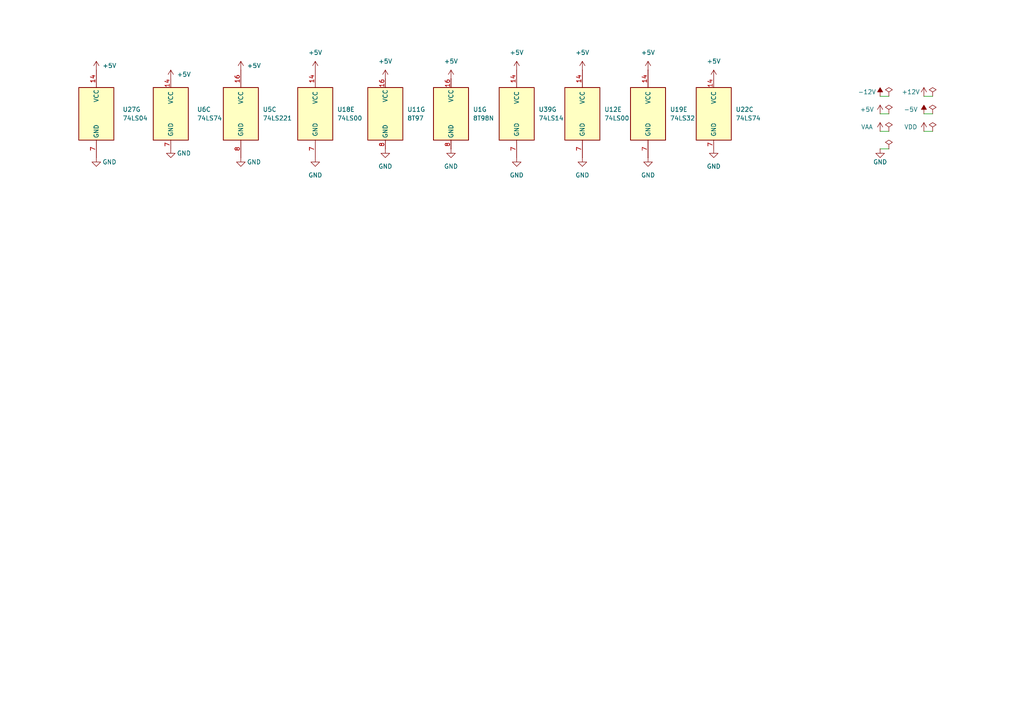
<source format=kicad_sch>
(kicad_sch
	(version 20250114)
	(generator "eeschema")
	(generator_version "9.0")
	(uuid "89ae17cd-68de-40a5-b481-e96001aab2c1")
	(paper "A4")
	(title_block
		(title "C10-040-0115")
		(rev "5")
		(company "Cromemco")
	)
	(lib_symbols
		(symbol "74xx:74LS00"
			(pin_names
				(offset 1.016)
			)
			(exclude_from_sim no)
			(in_bom yes)
			(on_board yes)
			(property "Reference" "U"
				(at 0 1.27 0)
				(effects
					(font
						(size 1.27 1.27)
					)
				)
			)
			(property "Value" "74LS00"
				(at 0 -1.27 0)
				(effects
					(font
						(size 1.27 1.27)
					)
				)
			)
			(property "Footprint" ""
				(at 0 0 0)
				(effects
					(font
						(size 1.27 1.27)
					)
					(hide yes)
				)
			)
			(property "Datasheet" "http://www.ti.com/lit/gpn/sn74ls00"
				(at 0 0 0)
				(effects
					(font
						(size 1.27 1.27)
					)
					(hide yes)
				)
			)
			(property "Description" "quad 2-input NAND gate"
				(at 0 0 0)
				(effects
					(font
						(size 1.27 1.27)
					)
					(hide yes)
				)
			)
			(property "ki_locked" ""
				(at 0 0 0)
				(effects
					(font
						(size 1.27 1.27)
					)
				)
			)
			(property "ki_keywords" "TTL nand 2-input"
				(at 0 0 0)
				(effects
					(font
						(size 1.27 1.27)
					)
					(hide yes)
				)
			)
			(property "ki_fp_filters" "DIP*W7.62mm* SO14*"
				(at 0 0 0)
				(effects
					(font
						(size 1.27 1.27)
					)
					(hide yes)
				)
			)
			(symbol "74LS00_1_1"
				(arc
					(start 0 3.81)
					(mid 3.7934 0)
					(end 0 -3.81)
					(stroke
						(width 0.254)
						(type default)
					)
					(fill
						(type background)
					)
				)
				(polyline
					(pts
						(xy 0 3.81) (xy -3.81 3.81) (xy -3.81 -3.81) (xy 0 -3.81)
					)
					(stroke
						(width 0.254)
						(type default)
					)
					(fill
						(type background)
					)
				)
				(pin input line
					(at -7.62 2.54 0)
					(length 3.81)
					(name "~"
						(effects
							(font
								(size 1.27 1.27)
							)
						)
					)
					(number "1"
						(effects
							(font
								(size 1.27 1.27)
							)
						)
					)
				)
				(pin input line
					(at -7.62 -2.54 0)
					(length 3.81)
					(name "~"
						(effects
							(font
								(size 1.27 1.27)
							)
						)
					)
					(number "2"
						(effects
							(font
								(size 1.27 1.27)
							)
						)
					)
				)
				(pin output inverted
					(at 7.62 0 180)
					(length 3.81)
					(name "~"
						(effects
							(font
								(size 1.27 1.27)
							)
						)
					)
					(number "3"
						(effects
							(font
								(size 1.27 1.27)
							)
						)
					)
				)
			)
			(symbol "74LS00_1_2"
				(arc
					(start -3.81 3.81)
					(mid -2.589 0)
					(end -3.81 -3.81)
					(stroke
						(width 0.254)
						(type default)
					)
					(fill
						(type none)
					)
				)
				(polyline
					(pts
						(xy -3.81 3.81) (xy -0.635 3.81)
					)
					(stroke
						(width 0.254)
						(type default)
					)
					(fill
						(type background)
					)
				)
				(polyline
					(pts
						(xy -3.81 -3.81) (xy -0.635 -3.81)
					)
					(stroke
						(width 0.254)
						(type default)
					)
					(fill
						(type background)
					)
				)
				(arc
					(start 3.81 0)
					(mid 2.1855 -2.584)
					(end -0.6096 -3.81)
					(stroke
						(width 0.254)
						(type default)
					)
					(fill
						(type background)
					)
				)
				(arc
					(start -0.6096 3.81)
					(mid 2.1928 2.5924)
					(end 3.81 0)
					(stroke
						(width 0.254)
						(type default)
					)
					(fill
						(type background)
					)
				)
				(polyline
					(pts
						(xy -0.635 3.81) (xy -3.81 3.81) (xy -3.81 3.81) (xy -3.556 3.4036) (xy -3.0226 2.2606) (xy -2.6924 1.0414)
						(xy -2.6162 -0.254) (xy -2.7686 -1.4986) (xy -3.175 -2.7178) (xy -3.81 -3.81) (xy -3.81 -3.81)
						(xy -0.635 -3.81)
					)
					(stroke
						(width -25.4)
						(type default)
					)
					(fill
						(type background)
					)
				)
				(pin input inverted
					(at -7.62 2.54 0)
					(length 4.318)
					(name "~"
						(effects
							(font
								(size 1.27 1.27)
							)
						)
					)
					(number "1"
						(effects
							(font
								(size 1.27 1.27)
							)
						)
					)
				)
				(pin input inverted
					(at -7.62 -2.54 0)
					(length 4.318)
					(name "~"
						(effects
							(font
								(size 1.27 1.27)
							)
						)
					)
					(number "2"
						(effects
							(font
								(size 1.27 1.27)
							)
						)
					)
				)
				(pin output line
					(at 7.62 0 180)
					(length 3.81)
					(name "~"
						(effects
							(font
								(size 1.27 1.27)
							)
						)
					)
					(number "3"
						(effects
							(font
								(size 1.27 1.27)
							)
						)
					)
				)
			)
			(symbol "74LS00_2_1"
				(arc
					(start 0 3.81)
					(mid 3.7934 0)
					(end 0 -3.81)
					(stroke
						(width 0.254)
						(type default)
					)
					(fill
						(type background)
					)
				)
				(polyline
					(pts
						(xy 0 3.81) (xy -3.81 3.81) (xy -3.81 -3.81) (xy 0 -3.81)
					)
					(stroke
						(width 0.254)
						(type default)
					)
					(fill
						(type background)
					)
				)
				(pin input line
					(at -7.62 2.54 0)
					(length 3.81)
					(name "~"
						(effects
							(font
								(size 1.27 1.27)
							)
						)
					)
					(number "4"
						(effects
							(font
								(size 1.27 1.27)
							)
						)
					)
				)
				(pin input line
					(at -7.62 -2.54 0)
					(length 3.81)
					(name "~"
						(effects
							(font
								(size 1.27 1.27)
							)
						)
					)
					(number "5"
						(effects
							(font
								(size 1.27 1.27)
							)
						)
					)
				)
				(pin output inverted
					(at 7.62 0 180)
					(length 3.81)
					(name "~"
						(effects
							(font
								(size 1.27 1.27)
							)
						)
					)
					(number "6"
						(effects
							(font
								(size 1.27 1.27)
							)
						)
					)
				)
			)
			(symbol "74LS00_2_2"
				(arc
					(start -3.81 3.81)
					(mid -2.589 0)
					(end -3.81 -3.81)
					(stroke
						(width 0.254)
						(type default)
					)
					(fill
						(type none)
					)
				)
				(polyline
					(pts
						(xy -3.81 3.81) (xy -0.635 3.81)
					)
					(stroke
						(width 0.254)
						(type default)
					)
					(fill
						(type background)
					)
				)
				(polyline
					(pts
						(xy -3.81 -3.81) (xy -0.635 -3.81)
					)
					(stroke
						(width 0.254)
						(type default)
					)
					(fill
						(type background)
					)
				)
				(arc
					(start 3.81 0)
					(mid 2.1855 -2.584)
					(end -0.6096 -3.81)
					(stroke
						(width 0.254)
						(type default)
					)
					(fill
						(type background)
					)
				)
				(arc
					(start -0.6096 3.81)
					(mid 2.1928 2.5924)
					(end 3.81 0)
					(stroke
						(width 0.254)
						(type default)
					)
					(fill
						(type background)
					)
				)
				(polyline
					(pts
						(xy -0.635 3.81) (xy -3.81 3.81) (xy -3.81 3.81) (xy -3.556 3.4036) (xy -3.0226 2.2606) (xy -2.6924 1.0414)
						(xy -2.6162 -0.254) (xy -2.7686 -1.4986) (xy -3.175 -2.7178) (xy -3.81 -3.81) (xy -3.81 -3.81)
						(xy -0.635 -3.81)
					)
					(stroke
						(width -25.4)
						(type default)
					)
					(fill
						(type background)
					)
				)
				(pin input inverted
					(at -7.62 2.54 0)
					(length 4.318)
					(name "~"
						(effects
							(font
								(size 1.27 1.27)
							)
						)
					)
					(number "4"
						(effects
							(font
								(size 1.27 1.27)
							)
						)
					)
				)
				(pin input inverted
					(at -7.62 -2.54 0)
					(length 4.318)
					(name "~"
						(effects
							(font
								(size 1.27 1.27)
							)
						)
					)
					(number "5"
						(effects
							(font
								(size 1.27 1.27)
							)
						)
					)
				)
				(pin output line
					(at 7.62 0 180)
					(length 3.81)
					(name "~"
						(effects
							(font
								(size 1.27 1.27)
							)
						)
					)
					(number "6"
						(effects
							(font
								(size 1.27 1.27)
							)
						)
					)
				)
			)
			(symbol "74LS00_3_1"
				(arc
					(start 0 3.81)
					(mid 3.7934 0)
					(end 0 -3.81)
					(stroke
						(width 0.254)
						(type default)
					)
					(fill
						(type background)
					)
				)
				(polyline
					(pts
						(xy 0 3.81) (xy -3.81 3.81) (xy -3.81 -3.81) (xy 0 -3.81)
					)
					(stroke
						(width 0.254)
						(type default)
					)
					(fill
						(type background)
					)
				)
				(pin input line
					(at -7.62 2.54 0)
					(length 3.81)
					(name "~"
						(effects
							(font
								(size 1.27 1.27)
							)
						)
					)
					(number "9"
						(effects
							(font
								(size 1.27 1.27)
							)
						)
					)
				)
				(pin input line
					(at -7.62 -2.54 0)
					(length 3.81)
					(name "~"
						(effects
							(font
								(size 1.27 1.27)
							)
						)
					)
					(number "10"
						(effects
							(font
								(size 1.27 1.27)
							)
						)
					)
				)
				(pin output inverted
					(at 7.62 0 180)
					(length 3.81)
					(name "~"
						(effects
							(font
								(size 1.27 1.27)
							)
						)
					)
					(number "8"
						(effects
							(font
								(size 1.27 1.27)
							)
						)
					)
				)
			)
			(symbol "74LS00_3_2"
				(arc
					(start -3.81 3.81)
					(mid -2.589 0)
					(end -3.81 -3.81)
					(stroke
						(width 0.254)
						(type default)
					)
					(fill
						(type none)
					)
				)
				(polyline
					(pts
						(xy -3.81 3.81) (xy -0.635 3.81)
					)
					(stroke
						(width 0.254)
						(type default)
					)
					(fill
						(type background)
					)
				)
				(polyline
					(pts
						(xy -3.81 -3.81) (xy -0.635 -3.81)
					)
					(stroke
						(width 0.254)
						(type default)
					)
					(fill
						(type background)
					)
				)
				(arc
					(start 3.81 0)
					(mid 2.1855 -2.584)
					(end -0.6096 -3.81)
					(stroke
						(width 0.254)
						(type default)
					)
					(fill
						(type background)
					)
				)
				(arc
					(start -0.6096 3.81)
					(mid 2.1928 2.5924)
					(end 3.81 0)
					(stroke
						(width 0.254)
						(type default)
					)
					(fill
						(type background)
					)
				)
				(polyline
					(pts
						(xy -0.635 3.81) (xy -3.81 3.81) (xy -3.81 3.81) (xy -3.556 3.4036) (xy -3.0226 2.2606) (xy -2.6924 1.0414)
						(xy -2.6162 -0.254) (xy -2.7686 -1.4986) (xy -3.175 -2.7178) (xy -3.81 -3.81) (xy -3.81 -3.81)
						(xy -0.635 -3.81)
					)
					(stroke
						(width -25.4)
						(type default)
					)
					(fill
						(type background)
					)
				)
				(pin input inverted
					(at -7.62 2.54 0)
					(length 4.318)
					(name "~"
						(effects
							(font
								(size 1.27 1.27)
							)
						)
					)
					(number "9"
						(effects
							(font
								(size 1.27 1.27)
							)
						)
					)
				)
				(pin input inverted
					(at -7.62 -2.54 0)
					(length 4.318)
					(name "~"
						(effects
							(font
								(size 1.27 1.27)
							)
						)
					)
					(number "10"
						(effects
							(font
								(size 1.27 1.27)
							)
						)
					)
				)
				(pin output line
					(at 7.62 0 180)
					(length 3.81)
					(name "~"
						(effects
							(font
								(size 1.27 1.27)
							)
						)
					)
					(number "8"
						(effects
							(font
								(size 1.27 1.27)
							)
						)
					)
				)
			)
			(symbol "74LS00_4_1"
				(arc
					(start 0 3.81)
					(mid 3.7934 0)
					(end 0 -3.81)
					(stroke
						(width 0.254)
						(type default)
					)
					(fill
						(type background)
					)
				)
				(polyline
					(pts
						(xy 0 3.81) (xy -3.81 3.81) (xy -3.81 -3.81) (xy 0 -3.81)
					)
					(stroke
						(width 0.254)
						(type default)
					)
					(fill
						(type background)
					)
				)
				(pin input line
					(at -7.62 2.54 0)
					(length 3.81)
					(name "~"
						(effects
							(font
								(size 1.27 1.27)
							)
						)
					)
					(number "12"
						(effects
							(font
								(size 1.27 1.27)
							)
						)
					)
				)
				(pin input line
					(at -7.62 -2.54 0)
					(length 3.81)
					(name "~"
						(effects
							(font
								(size 1.27 1.27)
							)
						)
					)
					(number "13"
						(effects
							(font
								(size 1.27 1.27)
							)
						)
					)
				)
				(pin output inverted
					(at 7.62 0 180)
					(length 3.81)
					(name "~"
						(effects
							(font
								(size 1.27 1.27)
							)
						)
					)
					(number "11"
						(effects
							(font
								(size 1.27 1.27)
							)
						)
					)
				)
			)
			(symbol "74LS00_4_2"
				(arc
					(start -3.81 3.81)
					(mid -2.589 0)
					(end -3.81 -3.81)
					(stroke
						(width 0.254)
						(type default)
					)
					(fill
						(type none)
					)
				)
				(polyline
					(pts
						(xy -3.81 3.81) (xy -0.635 3.81)
					)
					(stroke
						(width 0.254)
						(type default)
					)
					(fill
						(type background)
					)
				)
				(polyline
					(pts
						(xy -3.81 -3.81) (xy -0.635 -3.81)
					)
					(stroke
						(width 0.254)
						(type default)
					)
					(fill
						(type background)
					)
				)
				(arc
					(start 3.81 0)
					(mid 2.1855 -2.584)
					(end -0.6096 -3.81)
					(stroke
						(width 0.254)
						(type default)
					)
					(fill
						(type background)
					)
				)
				(arc
					(start -0.6096 3.81)
					(mid 2.1928 2.5924)
					(end 3.81 0)
					(stroke
						(width 0.254)
						(type default)
					)
					(fill
						(type background)
					)
				)
				(polyline
					(pts
						(xy -0.635 3.81) (xy -3.81 3.81) (xy -3.81 3.81) (xy -3.556 3.4036) (xy -3.0226 2.2606) (xy -2.6924 1.0414)
						(xy -2.6162 -0.254) (xy -2.7686 -1.4986) (xy -3.175 -2.7178) (xy -3.81 -3.81) (xy -3.81 -3.81)
						(xy -0.635 -3.81)
					)
					(stroke
						(width -25.4)
						(type default)
					)
					(fill
						(type background)
					)
				)
				(pin input inverted
					(at -7.62 2.54 0)
					(length 4.318)
					(name "~"
						(effects
							(font
								(size 1.27 1.27)
							)
						)
					)
					(number "12"
						(effects
							(font
								(size 1.27 1.27)
							)
						)
					)
				)
				(pin input inverted
					(at -7.62 -2.54 0)
					(length 4.318)
					(name "~"
						(effects
							(font
								(size 1.27 1.27)
							)
						)
					)
					(number "13"
						(effects
							(font
								(size 1.27 1.27)
							)
						)
					)
				)
				(pin output line
					(at 7.62 0 180)
					(length 3.81)
					(name "~"
						(effects
							(font
								(size 1.27 1.27)
							)
						)
					)
					(number "11"
						(effects
							(font
								(size 1.27 1.27)
							)
						)
					)
				)
			)
			(symbol "74LS00_5_0"
				(pin power_in line
					(at 0 12.7 270)
					(length 5.08)
					(name "VCC"
						(effects
							(font
								(size 1.27 1.27)
							)
						)
					)
					(number "14"
						(effects
							(font
								(size 1.27 1.27)
							)
						)
					)
				)
				(pin power_in line
					(at 0 -12.7 90)
					(length 5.08)
					(name "GND"
						(effects
							(font
								(size 1.27 1.27)
							)
						)
					)
					(number "7"
						(effects
							(font
								(size 1.27 1.27)
							)
						)
					)
				)
			)
			(symbol "74LS00_5_1"
				(rectangle
					(start -5.08 7.62)
					(end 5.08 -7.62)
					(stroke
						(width 0.254)
						(type default)
					)
					(fill
						(type background)
					)
				)
			)
			(embedded_fonts no)
		)
		(symbol "74xx:74LS04"
			(exclude_from_sim no)
			(in_bom yes)
			(on_board yes)
			(property "Reference" "U"
				(at 0 1.27 0)
				(effects
					(font
						(size 1.27 1.27)
					)
				)
			)
			(property "Value" "74LS04"
				(at 0 -1.27 0)
				(effects
					(font
						(size 1.27 1.27)
					)
				)
			)
			(property "Footprint" ""
				(at 0 0 0)
				(effects
					(font
						(size 1.27 1.27)
					)
					(hide yes)
				)
			)
			(property "Datasheet" "http://www.ti.com/lit/gpn/sn74LS04"
				(at 0 0 0)
				(effects
					(font
						(size 1.27 1.27)
					)
					(hide yes)
				)
			)
			(property "Description" "Hex Inverter"
				(at 0 0 0)
				(effects
					(font
						(size 1.27 1.27)
					)
					(hide yes)
				)
			)
			(property "ki_locked" ""
				(at 0 0 0)
				(effects
					(font
						(size 1.27 1.27)
					)
				)
			)
			(property "ki_keywords" "TTL not inv"
				(at 0 0 0)
				(effects
					(font
						(size 1.27 1.27)
					)
					(hide yes)
				)
			)
			(property "ki_fp_filters" "DIP*W7.62mm* SSOP?14* TSSOP?14*"
				(at 0 0 0)
				(effects
					(font
						(size 1.27 1.27)
					)
					(hide yes)
				)
			)
			(symbol "74LS04_1_0"
				(polyline
					(pts
						(xy -3.81 3.81) (xy -3.81 -3.81) (xy 3.81 0) (xy -3.81 3.81)
					)
					(stroke
						(width 0.254)
						(type default)
					)
					(fill
						(type background)
					)
				)
				(pin input line
					(at -7.62 0 0)
					(length 3.81)
					(name "~"
						(effects
							(font
								(size 1.27 1.27)
							)
						)
					)
					(number "1"
						(effects
							(font
								(size 1.27 1.27)
							)
						)
					)
				)
				(pin output inverted
					(at 7.62 0 180)
					(length 3.81)
					(name "~"
						(effects
							(font
								(size 1.27 1.27)
							)
						)
					)
					(number "2"
						(effects
							(font
								(size 1.27 1.27)
							)
						)
					)
				)
			)
			(symbol "74LS04_2_0"
				(polyline
					(pts
						(xy -3.81 3.81) (xy -3.81 -3.81) (xy 3.81 0) (xy -3.81 3.81)
					)
					(stroke
						(width 0.254)
						(type default)
					)
					(fill
						(type background)
					)
				)
				(pin input line
					(at -7.62 0 0)
					(length 3.81)
					(name "~"
						(effects
							(font
								(size 1.27 1.27)
							)
						)
					)
					(number "3"
						(effects
							(font
								(size 1.27 1.27)
							)
						)
					)
				)
				(pin output inverted
					(at 7.62 0 180)
					(length 3.81)
					(name "~"
						(effects
							(font
								(size 1.27 1.27)
							)
						)
					)
					(number "4"
						(effects
							(font
								(size 1.27 1.27)
							)
						)
					)
				)
			)
			(symbol "74LS04_3_0"
				(polyline
					(pts
						(xy -3.81 3.81) (xy -3.81 -3.81) (xy 3.81 0) (xy -3.81 3.81)
					)
					(stroke
						(width 0.254)
						(type default)
					)
					(fill
						(type background)
					)
				)
				(pin input line
					(at -7.62 0 0)
					(length 3.81)
					(name "~"
						(effects
							(font
								(size 1.27 1.27)
							)
						)
					)
					(number "5"
						(effects
							(font
								(size 1.27 1.27)
							)
						)
					)
				)
				(pin output inverted
					(at 7.62 0 180)
					(length 3.81)
					(name "~"
						(effects
							(font
								(size 1.27 1.27)
							)
						)
					)
					(number "6"
						(effects
							(font
								(size 1.27 1.27)
							)
						)
					)
				)
			)
			(symbol "74LS04_4_0"
				(polyline
					(pts
						(xy -3.81 3.81) (xy -3.81 -3.81) (xy 3.81 0) (xy -3.81 3.81)
					)
					(stroke
						(width 0.254)
						(type default)
					)
					(fill
						(type background)
					)
				)
				(pin input line
					(at -7.62 0 0)
					(length 3.81)
					(name "~"
						(effects
							(font
								(size 1.27 1.27)
							)
						)
					)
					(number "9"
						(effects
							(font
								(size 1.27 1.27)
							)
						)
					)
				)
				(pin output inverted
					(at 7.62 0 180)
					(length 3.81)
					(name "~"
						(effects
							(font
								(size 1.27 1.27)
							)
						)
					)
					(number "8"
						(effects
							(font
								(size 1.27 1.27)
							)
						)
					)
				)
			)
			(symbol "74LS04_5_0"
				(polyline
					(pts
						(xy -3.81 3.81) (xy -3.81 -3.81) (xy 3.81 0) (xy -3.81 3.81)
					)
					(stroke
						(width 0.254)
						(type default)
					)
					(fill
						(type background)
					)
				)
				(pin input line
					(at -7.62 0 0)
					(length 3.81)
					(name "~"
						(effects
							(font
								(size 1.27 1.27)
							)
						)
					)
					(number "11"
						(effects
							(font
								(size 1.27 1.27)
							)
						)
					)
				)
				(pin output inverted
					(at 7.62 0 180)
					(length 3.81)
					(name "~"
						(effects
							(font
								(size 1.27 1.27)
							)
						)
					)
					(number "10"
						(effects
							(font
								(size 1.27 1.27)
							)
						)
					)
				)
			)
			(symbol "74LS04_6_0"
				(polyline
					(pts
						(xy -3.81 3.81) (xy -3.81 -3.81) (xy 3.81 0) (xy -3.81 3.81)
					)
					(stroke
						(width 0.254)
						(type default)
					)
					(fill
						(type background)
					)
				)
				(pin input line
					(at -7.62 0 0)
					(length 3.81)
					(name "~"
						(effects
							(font
								(size 1.27 1.27)
							)
						)
					)
					(number "13"
						(effects
							(font
								(size 1.27 1.27)
							)
						)
					)
				)
				(pin output inverted
					(at 7.62 0 180)
					(length 3.81)
					(name "~"
						(effects
							(font
								(size 1.27 1.27)
							)
						)
					)
					(number "12"
						(effects
							(font
								(size 1.27 1.27)
							)
						)
					)
				)
			)
			(symbol "74LS04_7_0"
				(pin power_in line
					(at 0 12.7 270)
					(length 5.08)
					(name "VCC"
						(effects
							(font
								(size 1.27 1.27)
							)
						)
					)
					(number "14"
						(effects
							(font
								(size 1.27 1.27)
							)
						)
					)
				)
				(pin power_in line
					(at 0 -12.7 90)
					(length 5.08)
					(name "GND"
						(effects
							(font
								(size 1.27 1.27)
							)
						)
					)
					(number "7"
						(effects
							(font
								(size 1.27 1.27)
							)
						)
					)
				)
			)
			(symbol "74LS04_7_1"
				(rectangle
					(start -5.08 7.62)
					(end 5.08 -7.62)
					(stroke
						(width 0.254)
						(type default)
					)
					(fill
						(type background)
					)
				)
			)
			(embedded_fonts no)
		)
		(symbol "74xx:74LS14"
			(pin_names
				(offset 1.016)
			)
			(exclude_from_sim no)
			(in_bom yes)
			(on_board yes)
			(property "Reference" "U"
				(at 0 1.27 0)
				(effects
					(font
						(size 1.27 1.27)
					)
				)
			)
			(property "Value" "74LS14"
				(at 0 -1.27 0)
				(effects
					(font
						(size 1.27 1.27)
					)
				)
			)
			(property "Footprint" ""
				(at 0 0 0)
				(effects
					(font
						(size 1.27 1.27)
					)
					(hide yes)
				)
			)
			(property "Datasheet" "http://www.ti.com/lit/gpn/sn74LS14"
				(at 0 0 0)
				(effects
					(font
						(size 1.27 1.27)
					)
					(hide yes)
				)
			)
			(property "Description" "Hex inverter schmitt trigger"
				(at 0 0 0)
				(effects
					(font
						(size 1.27 1.27)
					)
					(hide yes)
				)
			)
			(property "ki_locked" ""
				(at 0 0 0)
				(effects
					(font
						(size 1.27 1.27)
					)
				)
			)
			(property "ki_keywords" "TTL not inverter"
				(at 0 0 0)
				(effects
					(font
						(size 1.27 1.27)
					)
					(hide yes)
				)
			)
			(property "ki_fp_filters" "DIP*W7.62mm*"
				(at 0 0 0)
				(effects
					(font
						(size 1.27 1.27)
					)
					(hide yes)
				)
			)
			(symbol "74LS14_1_0"
				(polyline
					(pts
						(xy -3.81 3.81) (xy -3.81 -3.81) (xy 3.81 0) (xy -3.81 3.81)
					)
					(stroke
						(width 0.254)
						(type default)
					)
					(fill
						(type background)
					)
				)
				(pin input line
					(at -7.62 0 0)
					(length 3.81)
					(name "~"
						(effects
							(font
								(size 1.27 1.27)
							)
						)
					)
					(number "1"
						(effects
							(font
								(size 1.27 1.27)
							)
						)
					)
				)
				(pin output inverted
					(at 7.62 0 180)
					(length 3.81)
					(name "~"
						(effects
							(font
								(size 1.27 1.27)
							)
						)
					)
					(number "2"
						(effects
							(font
								(size 1.27 1.27)
							)
						)
					)
				)
			)
			(symbol "74LS14_1_1"
				(polyline
					(pts
						(xy -2.54 -1.27) (xy -0.635 -1.27) (xy -0.635 1.27) (xy 0 1.27)
					)
					(stroke
						(width 0)
						(type default)
					)
					(fill
						(type none)
					)
				)
				(polyline
					(pts
						(xy -1.905 -1.27) (xy -1.905 1.27) (xy -0.635 1.27)
					)
					(stroke
						(width 0)
						(type default)
					)
					(fill
						(type none)
					)
				)
			)
			(symbol "74LS14_2_0"
				(polyline
					(pts
						(xy -3.81 3.81) (xy -3.81 -3.81) (xy 3.81 0) (xy -3.81 3.81)
					)
					(stroke
						(width 0.254)
						(type default)
					)
					(fill
						(type background)
					)
				)
				(pin input line
					(at -7.62 0 0)
					(length 3.81)
					(name "~"
						(effects
							(font
								(size 1.27 1.27)
							)
						)
					)
					(number "3"
						(effects
							(font
								(size 1.27 1.27)
							)
						)
					)
				)
				(pin output inverted
					(at 7.62 0 180)
					(length 3.81)
					(name "~"
						(effects
							(font
								(size 1.27 1.27)
							)
						)
					)
					(number "4"
						(effects
							(font
								(size 1.27 1.27)
							)
						)
					)
				)
			)
			(symbol "74LS14_2_1"
				(polyline
					(pts
						(xy -2.54 -1.27) (xy -0.635 -1.27) (xy -0.635 1.27) (xy 0 1.27)
					)
					(stroke
						(width 0)
						(type default)
					)
					(fill
						(type none)
					)
				)
				(polyline
					(pts
						(xy -1.905 -1.27) (xy -1.905 1.27) (xy -0.635 1.27)
					)
					(stroke
						(width 0)
						(type default)
					)
					(fill
						(type none)
					)
				)
			)
			(symbol "74LS14_3_0"
				(polyline
					(pts
						(xy -3.81 3.81) (xy -3.81 -3.81) (xy 3.81 0) (xy -3.81 3.81)
					)
					(stroke
						(width 0.254)
						(type default)
					)
					(fill
						(type background)
					)
				)
				(pin input line
					(at -7.62 0 0)
					(length 3.81)
					(name "~"
						(effects
							(font
								(size 1.27 1.27)
							)
						)
					)
					(number "5"
						(effects
							(font
								(size 1.27 1.27)
							)
						)
					)
				)
				(pin output inverted
					(at 7.62 0 180)
					(length 3.81)
					(name "~"
						(effects
							(font
								(size 1.27 1.27)
							)
						)
					)
					(number "6"
						(effects
							(font
								(size 1.27 1.27)
							)
						)
					)
				)
			)
			(symbol "74LS14_3_1"
				(polyline
					(pts
						(xy -2.54 -1.27) (xy -0.635 -1.27) (xy -0.635 1.27) (xy 0 1.27)
					)
					(stroke
						(width 0)
						(type default)
					)
					(fill
						(type none)
					)
				)
				(polyline
					(pts
						(xy -1.905 -1.27) (xy -1.905 1.27) (xy -0.635 1.27)
					)
					(stroke
						(width 0)
						(type default)
					)
					(fill
						(type none)
					)
				)
			)
			(symbol "74LS14_4_0"
				(polyline
					(pts
						(xy -3.81 3.81) (xy -3.81 -3.81) (xy 3.81 0) (xy -3.81 3.81)
					)
					(stroke
						(width 0.254)
						(type default)
					)
					(fill
						(type background)
					)
				)
				(pin input line
					(at -7.62 0 0)
					(length 3.81)
					(name "~"
						(effects
							(font
								(size 1.27 1.27)
							)
						)
					)
					(number "9"
						(effects
							(font
								(size 1.27 1.27)
							)
						)
					)
				)
				(pin output inverted
					(at 7.62 0 180)
					(length 3.81)
					(name "~"
						(effects
							(font
								(size 1.27 1.27)
							)
						)
					)
					(number "8"
						(effects
							(font
								(size 1.27 1.27)
							)
						)
					)
				)
			)
			(symbol "74LS14_4_1"
				(polyline
					(pts
						(xy -2.54 -1.27) (xy -0.635 -1.27) (xy -0.635 1.27) (xy 0 1.27)
					)
					(stroke
						(width 0)
						(type default)
					)
					(fill
						(type none)
					)
				)
				(polyline
					(pts
						(xy -1.905 -1.27) (xy -1.905 1.27) (xy -0.635 1.27)
					)
					(stroke
						(width 0)
						(type default)
					)
					(fill
						(type none)
					)
				)
			)
			(symbol "74LS14_5_0"
				(polyline
					(pts
						(xy -3.81 3.81) (xy -3.81 -3.81) (xy 3.81 0) (xy -3.81 3.81)
					)
					(stroke
						(width 0.254)
						(type default)
					)
					(fill
						(type background)
					)
				)
				(pin input line
					(at -7.62 0 0)
					(length 3.81)
					(name "~"
						(effects
							(font
								(size 1.27 1.27)
							)
						)
					)
					(number "11"
						(effects
							(font
								(size 1.27 1.27)
							)
						)
					)
				)
				(pin output inverted
					(at 7.62 0 180)
					(length 3.81)
					(name "~"
						(effects
							(font
								(size 1.27 1.27)
							)
						)
					)
					(number "10"
						(effects
							(font
								(size 1.27 1.27)
							)
						)
					)
				)
			)
			(symbol "74LS14_5_1"
				(polyline
					(pts
						(xy -2.54 -1.27) (xy -0.635 -1.27) (xy -0.635 1.27) (xy 0 1.27)
					)
					(stroke
						(width 0)
						(type default)
					)
					(fill
						(type none)
					)
				)
				(polyline
					(pts
						(xy -1.905 -1.27) (xy -1.905 1.27) (xy -0.635 1.27)
					)
					(stroke
						(width 0)
						(type default)
					)
					(fill
						(type none)
					)
				)
			)
			(symbol "74LS14_6_0"
				(polyline
					(pts
						(xy -3.81 3.81) (xy -3.81 -3.81) (xy 3.81 0) (xy -3.81 3.81)
					)
					(stroke
						(width 0.254)
						(type default)
					)
					(fill
						(type background)
					)
				)
				(pin input line
					(at -7.62 0 0)
					(length 3.81)
					(name "~"
						(effects
							(font
								(size 1.27 1.27)
							)
						)
					)
					(number "13"
						(effects
							(font
								(size 1.27 1.27)
							)
						)
					)
				)
				(pin output inverted
					(at 7.62 0 180)
					(length 3.81)
					(name "~"
						(effects
							(font
								(size 1.27 1.27)
							)
						)
					)
					(number "12"
						(effects
							(font
								(size 1.27 1.27)
							)
						)
					)
				)
			)
			(symbol "74LS14_6_1"
				(polyline
					(pts
						(xy -2.54 -1.27) (xy -0.635 -1.27) (xy -0.635 1.27) (xy 0 1.27)
					)
					(stroke
						(width 0)
						(type default)
					)
					(fill
						(type none)
					)
				)
				(polyline
					(pts
						(xy -1.905 -1.27) (xy -1.905 1.27) (xy -0.635 1.27)
					)
					(stroke
						(width 0)
						(type default)
					)
					(fill
						(type none)
					)
				)
			)
			(symbol "74LS14_7_0"
				(pin power_in line
					(at 0 12.7 270)
					(length 5.08)
					(name "VCC"
						(effects
							(font
								(size 1.27 1.27)
							)
						)
					)
					(number "14"
						(effects
							(font
								(size 1.27 1.27)
							)
						)
					)
				)
				(pin power_in line
					(at 0 -12.7 90)
					(length 5.08)
					(name "GND"
						(effects
							(font
								(size 1.27 1.27)
							)
						)
					)
					(number "7"
						(effects
							(font
								(size 1.27 1.27)
							)
						)
					)
				)
			)
			(symbol "74LS14_7_1"
				(rectangle
					(start -5.08 7.62)
					(end 5.08 -7.62)
					(stroke
						(width 0.254)
						(type default)
					)
					(fill
						(type background)
					)
				)
			)
			(embedded_fonts no)
		)
		(symbol "74xx:74LS221"
			(pin_names
				(offset 1.016)
			)
			(exclude_from_sim no)
			(in_bom yes)
			(on_board yes)
			(property "Reference" "U"
				(at -7.62 8.89 0)
				(effects
					(font
						(size 1.27 1.27)
					)
				)
			)
			(property "Value" "74LS221"
				(at -7.62 -8.89 0)
				(effects
					(font
						(size 1.27 1.27)
					)
				)
			)
			(property "Footprint" ""
				(at 0 0 0)
				(effects
					(font
						(size 1.27 1.27)
					)
					(hide yes)
				)
			)
			(property "Datasheet" "http://www.ti.com/lit/gpn/sn74LS221"
				(at 0 0 0)
				(effects
					(font
						(size 1.27 1.27)
					)
					(hide yes)
				)
			)
			(property "Description" "Dual Monostable"
				(at 0 0 0)
				(effects
					(font
						(size 1.27 1.27)
					)
					(hide yes)
				)
			)
			(property "ki_locked" ""
				(at 0 0 0)
				(effects
					(font
						(size 1.27 1.27)
					)
				)
			)
			(property "ki_keywords" "TTL Monostable"
				(at 0 0 0)
				(effects
					(font
						(size 1.27 1.27)
					)
					(hide yes)
				)
			)
			(property "ki_fp_filters" "DIP?16*"
				(at 0 0 0)
				(effects
					(font
						(size 1.27 1.27)
					)
					(hide yes)
				)
			)
			(symbol "74LS221_1_0"
				(pin input line
					(at -12.7 5.08 0)
					(length 5.08)
					(name "~{A}"
						(effects
							(font
								(size 1.27 1.27)
							)
						)
					)
					(number "1"
						(effects
							(font
								(size 1.27 1.27)
							)
						)
					)
				)
				(pin input line
					(at -12.7 2.54 0)
					(length 5.08)
					(name "B"
						(effects
							(font
								(size 1.27 1.27)
							)
						)
					)
					(number "2"
						(effects
							(font
								(size 1.27 1.27)
							)
						)
					)
				)
				(pin input line
					(at -12.7 -2.54 0)
					(length 5.08)
					(name "~{CLR}"
						(effects
							(font
								(size 1.27 1.27)
							)
						)
					)
					(number "3"
						(effects
							(font
								(size 1.27 1.27)
							)
						)
					)
				)
				(pin input line
					(at 0 12.7 270)
					(length 5.08)
					(name "Cext"
						(effects
							(font
								(size 1.27 1.27)
							)
						)
					)
					(number "14"
						(effects
							(font
								(size 1.27 1.27)
							)
						)
					)
				)
				(pin input line
					(at 2.54 12.7 270)
					(length 5.08)
					(name "RCext"
						(effects
							(font
								(size 1.27 1.27)
							)
						)
					)
					(number "15"
						(effects
							(font
								(size 1.27 1.27)
							)
						)
					)
				)
				(pin output line
					(at 12.7 5.08 180)
					(length 5.08)
					(name "Q"
						(effects
							(font
								(size 1.27 1.27)
							)
						)
					)
					(number "13"
						(effects
							(font
								(size 1.27 1.27)
							)
						)
					)
				)
				(pin output line
					(at 12.7 -5.08 180)
					(length 5.08)
					(name "~{Q}"
						(effects
							(font
								(size 1.27 1.27)
							)
						)
					)
					(number "4"
						(effects
							(font
								(size 1.27 1.27)
							)
						)
					)
				)
			)
			(symbol "74LS221_1_1"
				(rectangle
					(start -7.62 7.62)
					(end 7.62 -7.62)
					(stroke
						(width 0.254)
						(type default)
					)
					(fill
						(type background)
					)
				)
			)
			(symbol "74LS221_2_0"
				(pin input line
					(at -12.7 5.08 0)
					(length 5.08)
					(name "~{A}"
						(effects
							(font
								(size 1.27 1.27)
							)
						)
					)
					(number "9"
						(effects
							(font
								(size 1.27 1.27)
							)
						)
					)
				)
				(pin input line
					(at -12.7 2.54 0)
					(length 5.08)
					(name "B"
						(effects
							(font
								(size 1.27 1.27)
							)
						)
					)
					(number "10"
						(effects
							(font
								(size 1.27 1.27)
							)
						)
					)
				)
				(pin input line
					(at -12.7 -2.54 0)
					(length 5.08)
					(name "~{CLR}"
						(effects
							(font
								(size 1.27 1.27)
							)
						)
					)
					(number "11"
						(effects
							(font
								(size 1.27 1.27)
							)
						)
					)
				)
				(pin input line
					(at 0 12.7 270)
					(length 5.08)
					(name "Cext"
						(effects
							(font
								(size 1.27 1.27)
							)
						)
					)
					(number "6"
						(effects
							(font
								(size 1.27 1.27)
							)
						)
					)
				)
				(pin input line
					(at 2.54 12.7 270)
					(length 5.08)
					(name "RCext"
						(effects
							(font
								(size 1.27 1.27)
							)
						)
					)
					(number "7"
						(effects
							(font
								(size 1.27 1.27)
							)
						)
					)
				)
				(pin output line
					(at 12.7 5.08 180)
					(length 5.08)
					(name "Q"
						(effects
							(font
								(size 1.27 1.27)
							)
						)
					)
					(number "5"
						(effects
							(font
								(size 1.27 1.27)
							)
						)
					)
				)
				(pin output line
					(at 12.7 -5.08 180)
					(length 5.08)
					(name "~{Q}"
						(effects
							(font
								(size 1.27 1.27)
							)
						)
					)
					(number "12"
						(effects
							(font
								(size 1.27 1.27)
							)
						)
					)
				)
			)
			(symbol "74LS221_2_1"
				(rectangle
					(start -7.62 7.62)
					(end 7.62 -7.62)
					(stroke
						(width 0.254)
						(type default)
					)
					(fill
						(type background)
					)
				)
			)
			(symbol "74LS221_3_0"
				(pin power_in line
					(at 0 12.7 270)
					(length 5.08)
					(name "VCC"
						(effects
							(font
								(size 1.27 1.27)
							)
						)
					)
					(number "16"
						(effects
							(font
								(size 1.27 1.27)
							)
						)
					)
				)
				(pin power_in line
					(at 0 -12.7 90)
					(length 5.08)
					(name "GND"
						(effects
							(font
								(size 1.27 1.27)
							)
						)
					)
					(number "8"
						(effects
							(font
								(size 1.27 1.27)
							)
						)
					)
				)
			)
			(symbol "74LS221_3_1"
				(rectangle
					(start -5.08 7.62)
					(end 5.08 -7.62)
					(stroke
						(width 0.254)
						(type default)
					)
					(fill
						(type background)
					)
				)
			)
			(embedded_fonts no)
		)
		(symbol "74xx:74LS32"
			(pin_names
				(offset 1.016)
			)
			(exclude_from_sim no)
			(in_bom yes)
			(on_board yes)
			(property "Reference" "U"
				(at 0 1.27 0)
				(effects
					(font
						(size 1.27 1.27)
					)
				)
			)
			(property "Value" "74LS32"
				(at 0 -1.27 0)
				(effects
					(font
						(size 1.27 1.27)
					)
				)
			)
			(property "Footprint" ""
				(at 0 0 0)
				(effects
					(font
						(size 1.27 1.27)
					)
					(hide yes)
				)
			)
			(property "Datasheet" "http://www.ti.com/lit/gpn/sn74LS32"
				(at 0 0 0)
				(effects
					(font
						(size 1.27 1.27)
					)
					(hide yes)
				)
			)
			(property "Description" "Quad 2-input OR"
				(at 0 0 0)
				(effects
					(font
						(size 1.27 1.27)
					)
					(hide yes)
				)
			)
			(property "ki_locked" ""
				(at 0 0 0)
				(effects
					(font
						(size 1.27 1.27)
					)
				)
			)
			(property "ki_keywords" "TTL Or2"
				(at 0 0 0)
				(effects
					(font
						(size 1.27 1.27)
					)
					(hide yes)
				)
			)
			(property "ki_fp_filters" "DIP?14*"
				(at 0 0 0)
				(effects
					(font
						(size 1.27 1.27)
					)
					(hide yes)
				)
			)
			(symbol "74LS32_1_1"
				(arc
					(start -3.81 3.81)
					(mid -2.589 0)
					(end -3.81 -3.81)
					(stroke
						(width 0.254)
						(type default)
					)
					(fill
						(type none)
					)
				)
				(polyline
					(pts
						(xy -3.81 3.81) (xy -0.635 3.81)
					)
					(stroke
						(width 0.254)
						(type default)
					)
					(fill
						(type background)
					)
				)
				(polyline
					(pts
						(xy -3.81 -3.81) (xy -0.635 -3.81)
					)
					(stroke
						(width 0.254)
						(type default)
					)
					(fill
						(type background)
					)
				)
				(arc
					(start 3.81 0)
					(mid 2.1855 -2.584)
					(end -0.6096 -3.81)
					(stroke
						(width 0.254)
						(type default)
					)
					(fill
						(type background)
					)
				)
				(arc
					(start -0.6096 3.81)
					(mid 2.1928 2.5924)
					(end 3.81 0)
					(stroke
						(width 0.254)
						(type default)
					)
					(fill
						(type background)
					)
				)
				(polyline
					(pts
						(xy -0.635 3.81) (xy -3.81 3.81) (xy -3.81 3.81) (xy -3.556 3.4036) (xy -3.0226 2.2606) (xy -2.6924 1.0414)
						(xy -2.6162 -0.254) (xy -2.7686 -1.4986) (xy -3.175 -2.7178) (xy -3.81 -3.81) (xy -3.81 -3.81)
						(xy -0.635 -3.81)
					)
					(stroke
						(width -25.4)
						(type default)
					)
					(fill
						(type background)
					)
				)
				(pin input line
					(at -7.62 2.54 0)
					(length 4.318)
					(name "~"
						(effects
							(font
								(size 1.27 1.27)
							)
						)
					)
					(number "1"
						(effects
							(font
								(size 1.27 1.27)
							)
						)
					)
				)
				(pin input line
					(at -7.62 -2.54 0)
					(length 4.318)
					(name "~"
						(effects
							(font
								(size 1.27 1.27)
							)
						)
					)
					(number "2"
						(effects
							(font
								(size 1.27 1.27)
							)
						)
					)
				)
				(pin output line
					(at 7.62 0 180)
					(length 3.81)
					(name "~"
						(effects
							(font
								(size 1.27 1.27)
							)
						)
					)
					(number "3"
						(effects
							(font
								(size 1.27 1.27)
							)
						)
					)
				)
			)
			(symbol "74LS32_1_2"
				(arc
					(start 0 3.81)
					(mid 3.7934 0)
					(end 0 -3.81)
					(stroke
						(width 0.254)
						(type default)
					)
					(fill
						(type background)
					)
				)
				(polyline
					(pts
						(xy 0 3.81) (xy -3.81 3.81) (xy -3.81 -3.81) (xy 0 -3.81)
					)
					(stroke
						(width 0.254)
						(type default)
					)
					(fill
						(type background)
					)
				)
				(pin input inverted
					(at -7.62 2.54 0)
					(length 3.81)
					(name "~"
						(effects
							(font
								(size 1.27 1.27)
							)
						)
					)
					(number "1"
						(effects
							(font
								(size 1.27 1.27)
							)
						)
					)
				)
				(pin input inverted
					(at -7.62 -2.54 0)
					(length 3.81)
					(name "~"
						(effects
							(font
								(size 1.27 1.27)
							)
						)
					)
					(number "2"
						(effects
							(font
								(size 1.27 1.27)
							)
						)
					)
				)
				(pin output inverted
					(at 7.62 0 180)
					(length 3.81)
					(name "~"
						(effects
							(font
								(size 1.27 1.27)
							)
						)
					)
					(number "3"
						(effects
							(font
								(size 1.27 1.27)
							)
						)
					)
				)
			)
			(symbol "74LS32_2_1"
				(arc
					(start -3.81 3.81)
					(mid -2.589 0)
					(end -3.81 -3.81)
					(stroke
						(width 0.254)
						(type default)
					)
					(fill
						(type none)
					)
				)
				(polyline
					(pts
						(xy -3.81 3.81) (xy -0.635 3.81)
					)
					(stroke
						(width 0.254)
						(type default)
					)
					(fill
						(type background)
					)
				)
				(polyline
					(pts
						(xy -3.81 -3.81) (xy -0.635 -3.81)
					)
					(stroke
						(width 0.254)
						(type default)
					)
					(fill
						(type background)
					)
				)
				(arc
					(start 3.81 0)
					(mid 2.1855 -2.584)
					(end -0.6096 -3.81)
					(stroke
						(width 0.254)
						(type default)
					)
					(fill
						(type background)
					)
				)
				(arc
					(start -0.6096 3.81)
					(mid 2.1928 2.5924)
					(end 3.81 0)
					(stroke
						(width 0.254)
						(type default)
					)
					(fill
						(type background)
					)
				)
				(polyline
					(pts
						(xy -0.635 3.81) (xy -3.81 3.81) (xy -3.81 3.81) (xy -3.556 3.4036) (xy -3.0226 2.2606) (xy -2.6924 1.0414)
						(xy -2.6162 -0.254) (xy -2.7686 -1.4986) (xy -3.175 -2.7178) (xy -3.81 -3.81) (xy -3.81 -3.81)
						(xy -0.635 -3.81)
					)
					(stroke
						(width -25.4)
						(type default)
					)
					(fill
						(type background)
					)
				)
				(pin input line
					(at -7.62 2.54 0)
					(length 4.318)
					(name "~"
						(effects
							(font
								(size 1.27 1.27)
							)
						)
					)
					(number "4"
						(effects
							(font
								(size 1.27 1.27)
							)
						)
					)
				)
				(pin input line
					(at -7.62 -2.54 0)
					(length 4.318)
					(name "~"
						(effects
							(font
								(size 1.27 1.27)
							)
						)
					)
					(number "5"
						(effects
							(font
								(size 1.27 1.27)
							)
						)
					)
				)
				(pin output line
					(at 7.62 0 180)
					(length 3.81)
					(name "~"
						(effects
							(font
								(size 1.27 1.27)
							)
						)
					)
					(number "6"
						(effects
							(font
								(size 1.27 1.27)
							)
						)
					)
				)
			)
			(symbol "74LS32_2_2"
				(arc
					(start 0 3.81)
					(mid 3.7934 0)
					(end 0 -3.81)
					(stroke
						(width 0.254)
						(type default)
					)
					(fill
						(type background)
					)
				)
				(polyline
					(pts
						(xy 0 3.81) (xy -3.81 3.81) (xy -3.81 -3.81) (xy 0 -3.81)
					)
					(stroke
						(width 0.254)
						(type default)
					)
					(fill
						(type background)
					)
				)
				(pin input inverted
					(at -7.62 2.54 0)
					(length 3.81)
					(name "~"
						(effects
							(font
								(size 1.27 1.27)
							)
						)
					)
					(number "4"
						(effects
							(font
								(size 1.27 1.27)
							)
						)
					)
				)
				(pin input inverted
					(at -7.62 -2.54 0)
					(length 3.81)
					(name "~"
						(effects
							(font
								(size 1.27 1.27)
							)
						)
					)
					(number "5"
						(effects
							(font
								(size 1.27 1.27)
							)
						)
					)
				)
				(pin output inverted
					(at 7.62 0 180)
					(length 3.81)
					(name "~"
						(effects
							(font
								(size 1.27 1.27)
							)
						)
					)
					(number "6"
						(effects
							(font
								(size 1.27 1.27)
							)
						)
					)
				)
			)
			(symbol "74LS32_3_1"
				(arc
					(start -3.81 3.81)
					(mid -2.589 0)
					(end -3.81 -3.81)
					(stroke
						(width 0.254)
						(type default)
					)
					(fill
						(type none)
					)
				)
				(polyline
					(pts
						(xy -3.81 3.81) (xy -0.635 3.81)
					)
					(stroke
						(width 0.254)
						(type default)
					)
					(fill
						(type background)
					)
				)
				(polyline
					(pts
						(xy -3.81 -3.81) (xy -0.635 -3.81)
					)
					(stroke
						(width 0.254)
						(type default)
					)
					(fill
						(type background)
					)
				)
				(arc
					(start 3.81 0)
					(mid 2.1855 -2.584)
					(end -0.6096 -3.81)
					(stroke
						(width 0.254)
						(type default)
					)
					(fill
						(type background)
					)
				)
				(arc
					(start -0.6096 3.81)
					(mid 2.1928 2.5924)
					(end 3.81 0)
					(stroke
						(width 0.254)
						(type default)
					)
					(fill
						(type background)
					)
				)
				(polyline
					(pts
						(xy -0.635 3.81) (xy -3.81 3.81) (xy -3.81 3.81) (xy -3.556 3.4036) (xy -3.0226 2.2606) (xy -2.6924 1.0414)
						(xy -2.6162 -0.254) (xy -2.7686 -1.4986) (xy -3.175 -2.7178) (xy -3.81 -3.81) (xy -3.81 -3.81)
						(xy -0.635 -3.81)
					)
					(stroke
						(width -25.4)
						(type default)
					)
					(fill
						(type background)
					)
				)
				(pin input line
					(at -7.62 2.54 0)
					(length 4.318)
					(name "~"
						(effects
							(font
								(size 1.27 1.27)
							)
						)
					)
					(number "9"
						(effects
							(font
								(size 1.27 1.27)
							)
						)
					)
				)
				(pin input line
					(at -7.62 -2.54 0)
					(length 4.318)
					(name "~"
						(effects
							(font
								(size 1.27 1.27)
							)
						)
					)
					(number "10"
						(effects
							(font
								(size 1.27 1.27)
							)
						)
					)
				)
				(pin output line
					(at 7.62 0 180)
					(length 3.81)
					(name "~"
						(effects
							(font
								(size 1.27 1.27)
							)
						)
					)
					(number "8"
						(effects
							(font
								(size 1.27 1.27)
							)
						)
					)
				)
			)
			(symbol "74LS32_3_2"
				(arc
					(start 0 3.81)
					(mid 3.7934 0)
					(end 0 -3.81)
					(stroke
						(width 0.254)
						(type default)
					)
					(fill
						(type background)
					)
				)
				(polyline
					(pts
						(xy 0 3.81) (xy -3.81 3.81) (xy -3.81 -3.81) (xy 0 -3.81)
					)
					(stroke
						(width 0.254)
						(type default)
					)
					(fill
						(type background)
					)
				)
				(pin input inverted
					(at -7.62 2.54 0)
					(length 3.81)
					(name "~"
						(effects
							(font
								(size 1.27 1.27)
							)
						)
					)
					(number "9"
						(effects
							(font
								(size 1.27 1.27)
							)
						)
					)
				)
				(pin input inverted
					(at -7.62 -2.54 0)
					(length 3.81)
					(name "~"
						(effects
							(font
								(size 1.27 1.27)
							)
						)
					)
					(number "10"
						(effects
							(font
								(size 1.27 1.27)
							)
						)
					)
				)
				(pin output inverted
					(at 7.62 0 180)
					(length 3.81)
					(name "~"
						(effects
							(font
								(size 1.27 1.27)
							)
						)
					)
					(number "8"
						(effects
							(font
								(size 1.27 1.27)
							)
						)
					)
				)
			)
			(symbol "74LS32_4_1"
				(arc
					(start -3.81 3.81)
					(mid -2.589 0)
					(end -3.81 -3.81)
					(stroke
						(width 0.254)
						(type default)
					)
					(fill
						(type none)
					)
				)
				(polyline
					(pts
						(xy -3.81 3.81) (xy -0.635 3.81)
					)
					(stroke
						(width 0.254)
						(type default)
					)
					(fill
						(type background)
					)
				)
				(polyline
					(pts
						(xy -3.81 -3.81) (xy -0.635 -3.81)
					)
					(stroke
						(width 0.254)
						(type default)
					)
					(fill
						(type background)
					)
				)
				(arc
					(start 3.81 0)
					(mid 2.1855 -2.584)
					(end -0.6096 -3.81)
					(stroke
						(width 0.254)
						(type default)
					)
					(fill
						(type background)
					)
				)
				(arc
					(start -0.6096 3.81)
					(mid 2.1928 2.5924)
					(end 3.81 0)
					(stroke
						(width 0.254)
						(type default)
					)
					(fill
						(type background)
					)
				)
				(polyline
					(pts
						(xy -0.635 3.81) (xy -3.81 3.81) (xy -3.81 3.81) (xy -3.556 3.4036) (xy -3.0226 2.2606) (xy -2.6924 1.0414)
						(xy -2.6162 -0.254) (xy -2.7686 -1.4986) (xy -3.175 -2.7178) (xy -3.81 -3.81) (xy -3.81 -3.81)
						(xy -0.635 -3.81)
					)
					(stroke
						(width -25.4)
						(type default)
					)
					(fill
						(type background)
					)
				)
				(pin input line
					(at -7.62 2.54 0)
					(length 4.318)
					(name "~"
						(effects
							(font
								(size 1.27 1.27)
							)
						)
					)
					(number "12"
						(effects
							(font
								(size 1.27 1.27)
							)
						)
					)
				)
				(pin input line
					(at -7.62 -2.54 0)
					(length 4.318)
					(name "~"
						(effects
							(font
								(size 1.27 1.27)
							)
						)
					)
					(number "13"
						(effects
							(font
								(size 1.27 1.27)
							)
						)
					)
				)
				(pin output line
					(at 7.62 0 180)
					(length 3.81)
					(name "~"
						(effects
							(font
								(size 1.27 1.27)
							)
						)
					)
					(number "11"
						(effects
							(font
								(size 1.27 1.27)
							)
						)
					)
				)
			)
			(symbol "74LS32_4_2"
				(arc
					(start 0 3.81)
					(mid 3.7934 0)
					(end 0 -3.81)
					(stroke
						(width 0.254)
						(type default)
					)
					(fill
						(type background)
					)
				)
				(polyline
					(pts
						(xy 0 3.81) (xy -3.81 3.81) (xy -3.81 -3.81) (xy 0 -3.81)
					)
					(stroke
						(width 0.254)
						(type default)
					)
					(fill
						(type background)
					)
				)
				(pin input inverted
					(at -7.62 2.54 0)
					(length 3.81)
					(name "~"
						(effects
							(font
								(size 1.27 1.27)
							)
						)
					)
					(number "12"
						(effects
							(font
								(size 1.27 1.27)
							)
						)
					)
				)
				(pin input inverted
					(at -7.62 -2.54 0)
					(length 3.81)
					(name "~"
						(effects
							(font
								(size 1.27 1.27)
							)
						)
					)
					(number "13"
						(effects
							(font
								(size 1.27 1.27)
							)
						)
					)
				)
				(pin output inverted
					(at 7.62 0 180)
					(length 3.81)
					(name "~"
						(effects
							(font
								(size 1.27 1.27)
							)
						)
					)
					(number "11"
						(effects
							(font
								(size 1.27 1.27)
							)
						)
					)
				)
			)
			(symbol "74LS32_5_0"
				(pin power_in line
					(at 0 12.7 270)
					(length 5.08)
					(name "VCC"
						(effects
							(font
								(size 1.27 1.27)
							)
						)
					)
					(number "14"
						(effects
							(font
								(size 1.27 1.27)
							)
						)
					)
				)
				(pin power_in line
					(at 0 -12.7 90)
					(length 5.08)
					(name "GND"
						(effects
							(font
								(size 1.27 1.27)
							)
						)
					)
					(number "7"
						(effects
							(font
								(size 1.27 1.27)
							)
						)
					)
				)
			)
			(symbol "74LS32_5_1"
				(rectangle
					(start -5.08 7.62)
					(end 5.08 -7.62)
					(stroke
						(width 0.254)
						(type default)
					)
					(fill
						(type background)
					)
				)
			)
			(embedded_fonts no)
		)
		(symbol "74xx:74LS74"
			(pin_names
				(offset 1.016)
			)
			(exclude_from_sim no)
			(in_bom yes)
			(on_board yes)
			(property "Reference" "U"
				(at -7.62 8.89 0)
				(effects
					(font
						(size 1.27 1.27)
					)
				)
			)
			(property "Value" "74LS74"
				(at -7.62 -8.89 0)
				(effects
					(font
						(size 1.27 1.27)
					)
				)
			)
			(property "Footprint" ""
				(at 0 0 0)
				(effects
					(font
						(size 1.27 1.27)
					)
					(hide yes)
				)
			)
			(property "Datasheet" "74xx/74hc_hct74.pdf"
				(at 0 0 0)
				(effects
					(font
						(size 1.27 1.27)
					)
					(hide yes)
				)
			)
			(property "Description" "Dual D Flip-flop, Set & Reset"
				(at 0 0 0)
				(effects
					(font
						(size 1.27 1.27)
					)
					(hide yes)
				)
			)
			(property "ki_locked" ""
				(at 0 0 0)
				(effects
					(font
						(size 1.27 1.27)
					)
				)
			)
			(property "ki_keywords" "TTL DFF"
				(at 0 0 0)
				(effects
					(font
						(size 1.27 1.27)
					)
					(hide yes)
				)
			)
			(property "ki_fp_filters" "DIP*W7.62mm*"
				(at 0 0 0)
				(effects
					(font
						(size 1.27 1.27)
					)
					(hide yes)
				)
			)
			(symbol "74LS74_1_0"
				(pin input line
					(at -7.62 2.54 0)
					(length 2.54)
					(name "D"
						(effects
							(font
								(size 1.27 1.27)
							)
						)
					)
					(number "2"
						(effects
							(font
								(size 1.27 1.27)
							)
						)
					)
				)
				(pin input clock
					(at -7.62 0 0)
					(length 2.54)
					(name "C"
						(effects
							(font
								(size 1.27 1.27)
							)
						)
					)
					(number "3"
						(effects
							(font
								(size 1.27 1.27)
							)
						)
					)
				)
				(pin input line
					(at 0 7.62 270)
					(length 2.54)
					(name "~{S}"
						(effects
							(font
								(size 1.27 1.27)
							)
						)
					)
					(number "4"
						(effects
							(font
								(size 1.27 1.27)
							)
						)
					)
				)
				(pin input line
					(at 0 -7.62 90)
					(length 2.54)
					(name "~{R}"
						(effects
							(font
								(size 1.27 1.27)
							)
						)
					)
					(number "1"
						(effects
							(font
								(size 1.27 1.27)
							)
						)
					)
				)
				(pin output line
					(at 7.62 2.54 180)
					(length 2.54)
					(name "Q"
						(effects
							(font
								(size 1.27 1.27)
							)
						)
					)
					(number "5"
						(effects
							(font
								(size 1.27 1.27)
							)
						)
					)
				)
				(pin output line
					(at 7.62 -2.54 180)
					(length 2.54)
					(name "~{Q}"
						(effects
							(font
								(size 1.27 1.27)
							)
						)
					)
					(number "6"
						(effects
							(font
								(size 1.27 1.27)
							)
						)
					)
				)
			)
			(symbol "74LS74_1_1"
				(rectangle
					(start -5.08 5.08)
					(end 5.08 -5.08)
					(stroke
						(width 0.254)
						(type default)
					)
					(fill
						(type background)
					)
				)
			)
			(symbol "74LS74_2_0"
				(pin input line
					(at -7.62 2.54 0)
					(length 2.54)
					(name "D"
						(effects
							(font
								(size 1.27 1.27)
							)
						)
					)
					(number "12"
						(effects
							(font
								(size 1.27 1.27)
							)
						)
					)
				)
				(pin input clock
					(at -7.62 0 0)
					(length 2.54)
					(name "C"
						(effects
							(font
								(size 1.27 1.27)
							)
						)
					)
					(number "11"
						(effects
							(font
								(size 1.27 1.27)
							)
						)
					)
				)
				(pin input line
					(at 0 7.62 270)
					(length 2.54)
					(name "~{S}"
						(effects
							(font
								(size 1.27 1.27)
							)
						)
					)
					(number "10"
						(effects
							(font
								(size 1.27 1.27)
							)
						)
					)
				)
				(pin input line
					(at 0 -7.62 90)
					(length 2.54)
					(name "~{R}"
						(effects
							(font
								(size 1.27 1.27)
							)
						)
					)
					(number "13"
						(effects
							(font
								(size 1.27 1.27)
							)
						)
					)
				)
				(pin output line
					(at 7.62 2.54 180)
					(length 2.54)
					(name "Q"
						(effects
							(font
								(size 1.27 1.27)
							)
						)
					)
					(number "9"
						(effects
							(font
								(size 1.27 1.27)
							)
						)
					)
				)
				(pin output line
					(at 7.62 -2.54 180)
					(length 2.54)
					(name "~{Q}"
						(effects
							(font
								(size 1.27 1.27)
							)
						)
					)
					(number "8"
						(effects
							(font
								(size 1.27 1.27)
							)
						)
					)
				)
			)
			(symbol "74LS74_2_1"
				(rectangle
					(start -5.08 5.08)
					(end 5.08 -5.08)
					(stroke
						(width 0.254)
						(type default)
					)
					(fill
						(type background)
					)
				)
			)
			(symbol "74LS74_3_0"
				(pin power_in line
					(at 0 10.16 270)
					(length 2.54)
					(name "VCC"
						(effects
							(font
								(size 1.27 1.27)
							)
						)
					)
					(number "14"
						(effects
							(font
								(size 1.27 1.27)
							)
						)
					)
				)
				(pin power_in line
					(at 0 -10.16 90)
					(length 2.54)
					(name "GND"
						(effects
							(font
								(size 1.27 1.27)
							)
						)
					)
					(number "7"
						(effects
							(font
								(size 1.27 1.27)
							)
						)
					)
				)
			)
			(symbol "74LS74_3_1"
				(rectangle
					(start -5.08 7.62)
					(end 5.08 -7.62)
					(stroke
						(width 0.254)
						(type default)
					)
					(fill
						(type background)
					)
				)
			)
			(embedded_fonts no)
		)
		(symbol "8T97_4"
			(exclude_from_sim no)
			(in_bom yes)
			(on_board yes)
			(property "Reference" "U"
				(at 11.43 10.16 0)
				(effects
					(font
						(size 1.27 1.27)
					)
				)
			)
			(property "Value" "8T97"
				(at 11.43 7.62 0)
				(effects
					(font
						(size 1.27 1.27)
					)
				)
			)
			(property "Footprint" ""
				(at 0 -5.08 0)
				(effects
					(font
						(size 1.27 1.27)
					)
					(hide yes)
				)
			)
			(property "Datasheet" ""
				(at 0 -5.08 0)
				(effects
					(font
						(size 1.27 1.27)
					)
					(hide yes)
				)
			)
			(property "Description" "Hex Inverter"
				(at 0 0 0)
				(effects
					(font
						(size 1.27 1.27)
					)
					(hide yes)
				)
			)
			(property "ki_locked" ""
				(at 0 0 0)
				(effects
					(font
						(size 1.27 1.27)
					)
				)
			)
			(property "ki_keywords" "TTL not inv"
				(at 0 0 0)
				(effects
					(font
						(size 1.27 1.27)
					)
					(hide yes)
				)
			)
			(property "ki_fp_filters" "DIP*W7.62mm* SSOP?14* TSSOP?14*"
				(at 0 0 0)
				(effects
					(font
						(size 1.27 1.27)
					)
					(hide yes)
				)
			)
			(symbol "8T97_4_1_0"
				(polyline
					(pts
						(xy -3.81 3.81) (xy -3.81 -3.81) (xy 3.81 0) (xy -3.81 3.81)
					)
					(stroke
						(width 0.254)
						(type default)
					)
					(fill
						(type background)
					)
				)
				(pin input line
					(at -7.62 0 0)
					(length 3.81)
					(name "I1"
						(effects
							(font
								(size 1.27 1.27)
							)
						)
					)
					(number "2"
						(effects
							(font
								(size 1.27 1.27)
							)
						)
					)
				)
				(pin input inverted
					(at -1.27 -6.35 90)
					(length 3.81)
					(name "DIS1"
						(effects
							(font
								(size 1.27 1.27)
							)
						)
					)
					(number "1"
						(effects
							(font
								(size 1.27 1.27)
							)
						)
					)
				)
				(pin output line
					(at 7.62 0 180)
					(length 3.81)
					(name "Y1"
						(effects
							(font
								(size 1.27 1.27)
							)
						)
					)
					(number "3"
						(effects
							(font
								(size 1.27 1.27)
							)
						)
					)
				)
			)
			(symbol "8T97_4_2_0"
				(polyline
					(pts
						(xy -3.81 3.81) (xy -3.81 -3.81) (xy 3.81 0) (xy -3.81 3.81)
					)
					(stroke
						(width 0.254)
						(type default)
					)
					(fill
						(type background)
					)
				)
				(pin input line
					(at -7.62 0 0)
					(length 3.81)
					(name "I2"
						(effects
							(font
								(size 1.27 1.27)
							)
						)
					)
					(number "4"
						(effects
							(font
								(size 1.27 1.27)
							)
						)
					)
				)
				(pin output line
					(at 7.62 0 180)
					(length 3.81)
					(name "Y2"
						(effects
							(font
								(size 1.27 1.27)
							)
						)
					)
					(number "5"
						(effects
							(font
								(size 1.27 1.27)
							)
						)
					)
				)
			)
			(symbol "8T97_4_3_0"
				(polyline
					(pts
						(xy -3.81 3.81) (xy -3.81 -3.81) (xy 3.81 0) (xy -3.81 3.81)
					)
					(stroke
						(width 0.254)
						(type default)
					)
					(fill
						(type background)
					)
				)
				(pin input line
					(at -7.62 0 0)
					(length 3.81)
					(name "I3"
						(effects
							(font
								(size 1.27 1.27)
							)
						)
					)
					(number "6"
						(effects
							(font
								(size 1.27 1.27)
							)
						)
					)
				)
				(pin output line
					(at 7.62 0 180)
					(length 3.81)
					(name "Y3"
						(effects
							(font
								(size 1.27 1.27)
							)
						)
					)
					(number "7"
						(effects
							(font
								(size 1.27 1.27)
							)
						)
					)
				)
			)
			(symbol "8T97_4_4_0"
				(polyline
					(pts
						(xy -3.81 3.81) (xy -3.81 -3.81) (xy 3.81 0) (xy -3.81 3.81)
					)
					(stroke
						(width 0.254)
						(type default)
					)
					(fill
						(type background)
					)
				)
				(pin input line
					(at -7.62 0 0)
					(length 3.81)
					(name "I4"
						(effects
							(font
								(size 1.27 1.27)
							)
						)
					)
					(number "10"
						(effects
							(font
								(size 1.27 1.27)
							)
						)
					)
				)
				(pin output line
					(at 7.62 0 180)
					(length 3.81)
					(name "Y4"
						(effects
							(font
								(size 1.27 1.27)
							)
						)
					)
					(number "9"
						(effects
							(font
								(size 1.27 1.27)
							)
						)
					)
				)
			)
			(symbol "8T97_4_5_0"
				(polyline
					(pts
						(xy -3.81 3.81) (xy -3.81 -3.81) (xy 3.81 0) (xy -3.81 3.81)
					)
					(stroke
						(width 0.254)
						(type default)
					)
					(fill
						(type background)
					)
				)
				(pin input line
					(at -7.62 0 0)
					(length 3.81)
					(name "I5"
						(effects
							(font
								(size 1.27 1.27)
							)
						)
					)
					(number "12"
						(effects
							(font
								(size 1.27 1.27)
							)
						)
					)
				)
				(pin output line
					(at 7.62 0 180)
					(length 3.81)
					(name "Y5"
						(effects
							(font
								(size 1.27 1.27)
							)
						)
					)
					(number "11"
						(effects
							(font
								(size 1.27 1.27)
							)
						)
					)
				)
			)
			(symbol "8T97_4_6_0"
				(polyline
					(pts
						(xy -3.81 3.81) (xy -3.81 -3.81) (xy 3.81 0) (xy -3.81 3.81)
					)
					(stroke
						(width 0.254)
						(type default)
					)
					(fill
						(type background)
					)
				)
				(pin input line
					(at -7.62 0 0)
					(length 3.81)
					(name "I6"
						(effects
							(font
								(size 1.27 1.27)
							)
						)
					)
					(number "14"
						(effects
							(font
								(size 1.27 1.27)
							)
						)
					)
				)
				(pin input inverted
					(at -1.27 -6.35 90)
					(length 3.81)
					(name "DIS2"
						(effects
							(font
								(size 1.27 1.27)
							)
						)
					)
					(number "15"
						(effects
							(font
								(size 1.27 1.27)
							)
						)
					)
				)
				(pin output line
					(at 7.62 0 180)
					(length 3.81)
					(name "Y6"
						(effects
							(font
								(size 1.27 1.27)
							)
						)
					)
					(number "13"
						(effects
							(font
								(size 1.27 1.27)
							)
						)
					)
				)
			)
			(symbol "8T97_4_7_0"
				(pin power_in line
					(at 0 10.16 270)
					(length 2.54)
					(name "VCC"
						(effects
							(font
								(size 1.27 1.27)
							)
						)
					)
					(number "16"
						(effects
							(font
								(size 1.27 1.27)
							)
						)
					)
				)
				(pin power_in line
					(at 0 -10.16 90)
					(length 2.54)
					(name "GND"
						(effects
							(font
								(size 1.27 1.27)
							)
						)
					)
					(number "8"
						(effects
							(font
								(size 1.27 1.27)
							)
						)
					)
				)
			)
			(symbol "8T97_4_7_1"
				(rectangle
					(start -5.08 7.62)
					(end 5.08 -7.62)
					(stroke
						(width 0.254)
						(type default)
					)
					(fill
						(type background)
					)
				)
			)
			(embedded_fonts no)
		)
		(symbol "Cromemco_C10:8T97"
			(exclude_from_sim no)
			(in_bom yes)
			(on_board yes)
			(property "Reference" "U"
				(at 11.43 10.16 0)
				(effects
					(font
						(size 1.27 1.27)
					)
				)
			)
			(property "Value" "8T97"
				(at 11.43 7.62 0)
				(effects
					(font
						(size 1.27 1.27)
					)
				)
			)
			(property "Footprint" ""
				(at 0 -5.08 0)
				(effects
					(font
						(size 1.27 1.27)
					)
					(hide yes)
				)
			)
			(property "Datasheet" ""
				(at 0 -5.08 0)
				(effects
					(font
						(size 1.27 1.27)
					)
					(hide yes)
				)
			)
			(property "Description" "Hex Inverter"
				(at 0 0 0)
				(effects
					(font
						(size 1.27 1.27)
					)
					(hide yes)
				)
			)
			(property "ki_locked" ""
				(at 0 0 0)
				(effects
					(font
						(size 1.27 1.27)
					)
				)
			)
			(property "ki_keywords" "TTL not inv"
				(at 0 0 0)
				(effects
					(font
						(size 1.27 1.27)
					)
					(hide yes)
				)
			)
			(property "ki_fp_filters" "DIP*W7.62mm* SSOP?14* TSSOP?14*"
				(at 0 0 0)
				(effects
					(font
						(size 1.27 1.27)
					)
					(hide yes)
				)
			)
			(symbol "8T97_1_0"
				(polyline
					(pts
						(xy -3.81 3.81) (xy -3.81 -3.81) (xy 3.81 0) (xy -3.81 3.81)
					)
					(stroke
						(width 0.254)
						(type default)
					)
					(fill
						(type background)
					)
				)
				(pin input line
					(at -7.62 0 0)
					(length 3.81)
					(name "I1"
						(effects
							(font
								(size 1.27 1.27)
							)
						)
					)
					(number "2"
						(effects
							(font
								(size 1.27 1.27)
							)
						)
					)
				)
				(pin input inverted
					(at -1.27 -6.35 90)
					(length 3.81)
					(name "DIS1"
						(effects
							(font
								(size 1.27 1.27)
							)
						)
					)
					(number "1"
						(effects
							(font
								(size 1.27 1.27)
							)
						)
					)
				)
				(pin output line
					(at 7.62 0 180)
					(length 3.81)
					(name "Y1"
						(effects
							(font
								(size 1.27 1.27)
							)
						)
					)
					(number "3"
						(effects
							(font
								(size 1.27 1.27)
							)
						)
					)
				)
			)
			(symbol "8T97_2_0"
				(polyline
					(pts
						(xy -3.81 3.81) (xy -3.81 -3.81) (xy 3.81 0) (xy -3.81 3.81)
					)
					(stroke
						(width 0.254)
						(type default)
					)
					(fill
						(type background)
					)
				)
				(pin input line
					(at -7.62 0 0)
					(length 3.81)
					(name "I2"
						(effects
							(font
								(size 1.27 1.27)
							)
						)
					)
					(number "4"
						(effects
							(font
								(size 1.27 1.27)
							)
						)
					)
				)
				(pin output line
					(at 7.62 0 180)
					(length 3.81)
					(name "Y2"
						(effects
							(font
								(size 1.27 1.27)
							)
						)
					)
					(number "5"
						(effects
							(font
								(size 1.27 1.27)
							)
						)
					)
				)
			)
			(symbol "8T97_3_0"
				(polyline
					(pts
						(xy -3.81 3.81) (xy -3.81 -3.81) (xy 3.81 0) (xy -3.81 3.81)
					)
					(stroke
						(width 0.254)
						(type default)
					)
					(fill
						(type background)
					)
				)
				(pin input line
					(at -7.62 0 0)
					(length 3.81)
					(name "I3"
						(effects
							(font
								(size 1.27 1.27)
							)
						)
					)
					(number "6"
						(effects
							(font
								(size 1.27 1.27)
							)
						)
					)
				)
				(pin output line
					(at 7.62 0 180)
					(length 3.81)
					(name "Y3"
						(effects
							(font
								(size 1.27 1.27)
							)
						)
					)
					(number "7"
						(effects
							(font
								(size 1.27 1.27)
							)
						)
					)
				)
			)
			(symbol "8T97_4_0"
				(polyline
					(pts
						(xy -3.81 3.81) (xy -3.81 -3.81) (xy 3.81 0) (xy -3.81 3.81)
					)
					(stroke
						(width 0.254)
						(type default)
					)
					(fill
						(type background)
					)
				)
				(pin input line
					(at -7.62 0 0)
					(length 3.81)
					(name "I4"
						(effects
							(font
								(size 1.27 1.27)
							)
						)
					)
					(number "10"
						(effects
							(font
								(size 1.27 1.27)
							)
						)
					)
				)
				(pin output line
					(at 7.62 0 180)
					(length 3.81)
					(name "Y4"
						(effects
							(font
								(size 1.27 1.27)
							)
						)
					)
					(number "9"
						(effects
							(font
								(size 1.27 1.27)
							)
						)
					)
				)
			)
			(symbol "8T97_5_0"
				(polyline
					(pts
						(xy -3.81 3.81) (xy -3.81 -3.81) (xy 3.81 0) (xy -3.81 3.81)
					)
					(stroke
						(width 0.254)
						(type default)
					)
					(fill
						(type background)
					)
				)
				(pin input line
					(at -7.62 0 0)
					(length 3.81)
					(name "I5"
						(effects
							(font
								(size 1.27 1.27)
							)
						)
					)
					(number "12"
						(effects
							(font
								(size 1.27 1.27)
							)
						)
					)
				)
				(pin output line
					(at 7.62 0 180)
					(length 3.81)
					(name "Y5"
						(effects
							(font
								(size 1.27 1.27)
							)
						)
					)
					(number "11"
						(effects
							(font
								(size 1.27 1.27)
							)
						)
					)
				)
			)
			(symbol "8T97_6_0"
				(polyline
					(pts
						(xy -3.81 3.81) (xy -3.81 -3.81) (xy 3.81 0) (xy -3.81 3.81)
					)
					(stroke
						(width 0.254)
						(type default)
					)
					(fill
						(type background)
					)
				)
				(pin input line
					(at -7.62 0 0)
					(length 3.81)
					(name "I6"
						(effects
							(font
								(size 1.27 1.27)
							)
						)
					)
					(number "14"
						(effects
							(font
								(size 1.27 1.27)
							)
						)
					)
				)
				(pin input inverted
					(at -1.27 -6.35 90)
					(length 3.81)
					(name "DIS2"
						(effects
							(font
								(size 1.27 1.27)
							)
						)
					)
					(number "15"
						(effects
							(font
								(size 1.27 1.27)
							)
						)
					)
				)
				(pin output line
					(at 7.62 0 180)
					(length 3.81)
					(name "Y6"
						(effects
							(font
								(size 1.27 1.27)
							)
						)
					)
					(number "13"
						(effects
							(font
								(size 1.27 1.27)
							)
						)
					)
				)
			)
			(symbol "8T97_7_0"
				(pin power_in line
					(at 0 10.16 270)
					(length 2.54)
					(name "VCC"
						(effects
							(font
								(size 1.27 1.27)
							)
						)
					)
					(number "16"
						(effects
							(font
								(size 1.27 1.27)
							)
						)
					)
				)
				(pin power_in line
					(at 0 -10.16 90)
					(length 2.54)
					(name "GND"
						(effects
							(font
								(size 1.27 1.27)
							)
						)
					)
					(number "8"
						(effects
							(font
								(size 1.27 1.27)
							)
						)
					)
				)
			)
			(symbol "8T97_7_1"
				(rectangle
					(start -5.08 7.62)
					(end 5.08 -7.62)
					(stroke
						(width 0.254)
						(type default)
					)
					(fill
						(type background)
					)
				)
			)
			(embedded_fonts no)
		)
		(symbol "power:+12V"
			(power)
			(pin_numbers
				(hide yes)
			)
			(pin_names
				(offset 0)
				(hide yes)
			)
			(exclude_from_sim no)
			(in_bom yes)
			(on_board yes)
			(property "Reference" "#PWR"
				(at 0 -3.81 0)
				(effects
					(font
						(size 1.27 1.27)
					)
					(hide yes)
				)
			)
			(property "Value" "+12V"
				(at 0 3.556 0)
				(effects
					(font
						(size 1.27 1.27)
					)
				)
			)
			(property "Footprint" ""
				(at 0 0 0)
				(effects
					(font
						(size 1.27 1.27)
					)
					(hide yes)
				)
			)
			(property "Datasheet" ""
				(at 0 0 0)
				(effects
					(font
						(size 1.27 1.27)
					)
					(hide yes)
				)
			)
			(property "Description" "Power symbol creates a global label with name \"+12V\""
				(at 0 0 0)
				(effects
					(font
						(size 1.27 1.27)
					)
					(hide yes)
				)
			)
			(property "ki_keywords" "global power"
				(at 0 0 0)
				(effects
					(font
						(size 1.27 1.27)
					)
					(hide yes)
				)
			)
			(symbol "+12V_0_1"
				(polyline
					(pts
						(xy -0.762 1.27) (xy 0 2.54)
					)
					(stroke
						(width 0)
						(type default)
					)
					(fill
						(type none)
					)
				)
				(polyline
					(pts
						(xy 0 2.54) (xy 0.762 1.27)
					)
					(stroke
						(width 0)
						(type default)
					)
					(fill
						(type none)
					)
				)
				(polyline
					(pts
						(xy 0 0) (xy 0 2.54)
					)
					(stroke
						(width 0)
						(type default)
					)
					(fill
						(type none)
					)
				)
			)
			(symbol "+12V_1_1"
				(pin power_in line
					(at 0 0 90)
					(length 0)
					(name "~"
						(effects
							(font
								(size 1.27 1.27)
							)
						)
					)
					(number "1"
						(effects
							(font
								(size 1.27 1.27)
							)
						)
					)
				)
			)
			(embedded_fonts no)
		)
		(symbol "power:+5V"
			(power)
			(pin_numbers
				(hide yes)
			)
			(pin_names
				(offset 0)
				(hide yes)
			)
			(exclude_from_sim no)
			(in_bom yes)
			(on_board yes)
			(property "Reference" "#PWR"
				(at 0 -3.81 0)
				(effects
					(font
						(size 1.27 1.27)
					)
					(hide yes)
				)
			)
			(property "Value" "+5V"
				(at 0 3.556 0)
				(effects
					(font
						(size 1.27 1.27)
					)
				)
			)
			(property "Footprint" ""
				(at 0 0 0)
				(effects
					(font
						(size 1.27 1.27)
					)
					(hide yes)
				)
			)
			(property "Datasheet" ""
				(at 0 0 0)
				(effects
					(font
						(size 1.27 1.27)
					)
					(hide yes)
				)
			)
			(property "Description" "Power symbol creates a global label with name \"+5V\""
				(at 0 0 0)
				(effects
					(font
						(size 1.27 1.27)
					)
					(hide yes)
				)
			)
			(property "ki_keywords" "global power"
				(at 0 0 0)
				(effects
					(font
						(size 1.27 1.27)
					)
					(hide yes)
				)
			)
			(symbol "+5V_0_1"
				(polyline
					(pts
						(xy -0.762 1.27) (xy 0 2.54)
					)
					(stroke
						(width 0)
						(type default)
					)
					(fill
						(type none)
					)
				)
				(polyline
					(pts
						(xy 0 2.54) (xy 0.762 1.27)
					)
					(stroke
						(width 0)
						(type default)
					)
					(fill
						(type none)
					)
				)
				(polyline
					(pts
						(xy 0 0) (xy 0 2.54)
					)
					(stroke
						(width 0)
						(type default)
					)
					(fill
						(type none)
					)
				)
			)
			(symbol "+5V_1_1"
				(pin power_in line
					(at 0 0 90)
					(length 0)
					(name "~"
						(effects
							(font
								(size 1.27 1.27)
							)
						)
					)
					(number "1"
						(effects
							(font
								(size 1.27 1.27)
							)
						)
					)
				)
			)
			(embedded_fonts no)
		)
		(symbol "power:-12V"
			(power)
			(pin_numbers
				(hide yes)
			)
			(pin_names
				(offset 0)
				(hide yes)
			)
			(exclude_from_sim no)
			(in_bom yes)
			(on_board yes)
			(property "Reference" "#PWR"
				(at 0 -3.81 0)
				(effects
					(font
						(size 1.27 1.27)
					)
					(hide yes)
				)
			)
			(property "Value" "-12V"
				(at 0 3.556 0)
				(effects
					(font
						(size 1.27 1.27)
					)
				)
			)
			(property "Footprint" ""
				(at 0 0 0)
				(effects
					(font
						(size 1.27 1.27)
					)
					(hide yes)
				)
			)
			(property "Datasheet" ""
				(at 0 0 0)
				(effects
					(font
						(size 1.27 1.27)
					)
					(hide yes)
				)
			)
			(property "Description" "Power symbol creates a global label with name \"-12V\""
				(at 0 0 0)
				(effects
					(font
						(size 1.27 1.27)
					)
					(hide yes)
				)
			)
			(property "ki_keywords" "global power"
				(at 0 0 0)
				(effects
					(font
						(size 1.27 1.27)
					)
					(hide yes)
				)
			)
			(symbol "-12V_0_0"
				(pin power_in line
					(at 0 0 90)
					(length 0)
					(name "~"
						(effects
							(font
								(size 1.27 1.27)
							)
						)
					)
					(number "1"
						(effects
							(font
								(size 1.27 1.27)
							)
						)
					)
				)
			)
			(symbol "-12V_0_1"
				(polyline
					(pts
						(xy 0 0) (xy 0 1.27) (xy 0.762 1.27) (xy 0 2.54) (xy -0.762 1.27) (xy 0 1.27)
					)
					(stroke
						(width 0)
						(type default)
					)
					(fill
						(type outline)
					)
				)
			)
			(embedded_fonts no)
		)
		(symbol "power:-5V"
			(power)
			(pin_numbers
				(hide yes)
			)
			(pin_names
				(offset 0)
				(hide yes)
			)
			(exclude_from_sim no)
			(in_bom yes)
			(on_board yes)
			(property "Reference" "#PWR"
				(at 0 -3.81 0)
				(effects
					(font
						(size 1.27 1.27)
					)
					(hide yes)
				)
			)
			(property "Value" "-5V"
				(at 0 3.556 0)
				(effects
					(font
						(size 1.27 1.27)
					)
				)
			)
			(property "Footprint" ""
				(at 0 0 0)
				(effects
					(font
						(size 1.27 1.27)
					)
					(hide yes)
				)
			)
			(property "Datasheet" ""
				(at 0 0 0)
				(effects
					(font
						(size 1.27 1.27)
					)
					(hide yes)
				)
			)
			(property "Description" "Power symbol creates a global label with name \"-5V\""
				(at 0 0 0)
				(effects
					(font
						(size 1.27 1.27)
					)
					(hide yes)
				)
			)
			(property "ki_keywords" "global power"
				(at 0 0 0)
				(effects
					(font
						(size 1.27 1.27)
					)
					(hide yes)
				)
			)
			(symbol "-5V_0_0"
				(pin power_in line
					(at 0 0 90)
					(length 0)
					(name "~"
						(effects
							(font
								(size 1.27 1.27)
							)
						)
					)
					(number "1"
						(effects
							(font
								(size 1.27 1.27)
							)
						)
					)
				)
			)
			(symbol "-5V_0_1"
				(polyline
					(pts
						(xy 0 0) (xy 0 1.27) (xy 0.762 1.27) (xy 0 2.54) (xy -0.762 1.27) (xy 0 1.27)
					)
					(stroke
						(width 0)
						(type default)
					)
					(fill
						(type outline)
					)
				)
			)
			(embedded_fonts no)
		)
		(symbol "power:GND"
			(power)
			(pin_numbers
				(hide yes)
			)
			(pin_names
				(offset 0)
				(hide yes)
			)
			(exclude_from_sim no)
			(in_bom yes)
			(on_board yes)
			(property "Reference" "#PWR"
				(at 0 -6.35 0)
				(effects
					(font
						(size 1.27 1.27)
					)
					(hide yes)
				)
			)
			(property "Value" "GND"
				(at 0 -3.81 0)
				(effects
					(font
						(size 1.27 1.27)
					)
				)
			)
			(property "Footprint" ""
				(at 0 0 0)
				(effects
					(font
						(size 1.27 1.27)
					)
					(hide yes)
				)
			)
			(property "Datasheet" ""
				(at 0 0 0)
				(effects
					(font
						(size 1.27 1.27)
					)
					(hide yes)
				)
			)
			(property "Description" "Power symbol creates a global label with name \"GND\" , ground"
				(at 0 0 0)
				(effects
					(font
						(size 1.27 1.27)
					)
					(hide yes)
				)
			)
			(property "ki_keywords" "global power"
				(at 0 0 0)
				(effects
					(font
						(size 1.27 1.27)
					)
					(hide yes)
				)
			)
			(symbol "GND_0_1"
				(polyline
					(pts
						(xy 0 0) (xy 0 -1.27) (xy 1.27 -1.27) (xy 0 -2.54) (xy -1.27 -1.27) (xy 0 -1.27)
					)
					(stroke
						(width 0)
						(type default)
					)
					(fill
						(type none)
					)
				)
			)
			(symbol "GND_1_1"
				(pin power_in line
					(at 0 0 270)
					(length 0)
					(name "~"
						(effects
							(font
								(size 1.27 1.27)
							)
						)
					)
					(number "1"
						(effects
							(font
								(size 1.27 1.27)
							)
						)
					)
				)
			)
			(embedded_fonts no)
		)
		(symbol "power:PWR_FLAG"
			(power)
			(pin_numbers
				(hide yes)
			)
			(pin_names
				(offset 0)
				(hide yes)
			)
			(exclude_from_sim no)
			(in_bom yes)
			(on_board yes)
			(property "Reference" "#FLG"
				(at 0 1.905 0)
				(effects
					(font
						(size 1.27 1.27)
					)
					(hide yes)
				)
			)
			(property "Value" "PWR_FLAG"
				(at 0 3.81 0)
				(effects
					(font
						(size 1.27 1.27)
					)
				)
			)
			(property "Footprint" ""
				(at 0 0 0)
				(effects
					(font
						(size 1.27 1.27)
					)
					(hide yes)
				)
			)
			(property "Datasheet" "~"
				(at 0 0 0)
				(effects
					(font
						(size 1.27 1.27)
					)
					(hide yes)
				)
			)
			(property "Description" "Special symbol for telling ERC where power comes from"
				(at 0 0 0)
				(effects
					(font
						(size 1.27 1.27)
					)
					(hide yes)
				)
			)
			(property "ki_keywords" "flag power"
				(at 0 0 0)
				(effects
					(font
						(size 1.27 1.27)
					)
					(hide yes)
				)
			)
			(symbol "PWR_FLAG_0_0"
				(pin power_out line
					(at 0 0 90)
					(length 0)
					(name "~"
						(effects
							(font
								(size 1.27 1.27)
							)
						)
					)
					(number "1"
						(effects
							(font
								(size 1.27 1.27)
							)
						)
					)
				)
			)
			(symbol "PWR_FLAG_0_1"
				(polyline
					(pts
						(xy 0 0) (xy 0 1.27) (xy -1.016 1.905) (xy 0 2.54) (xy 1.016 1.905) (xy 0 1.27)
					)
					(stroke
						(width 0)
						(type default)
					)
					(fill
						(type none)
					)
				)
			)
			(embedded_fonts no)
		)
		(symbol "power:VAA"
			(power)
			(pin_numbers
				(hide yes)
			)
			(pin_names
				(offset 0)
				(hide yes)
			)
			(exclude_from_sim no)
			(in_bom yes)
			(on_board yes)
			(property "Reference" "#PWR"
				(at 0 -3.81 0)
				(effects
					(font
						(size 1.27 1.27)
					)
					(hide yes)
				)
			)
			(property "Value" "VAA"
				(at 0 3.556 0)
				(effects
					(font
						(size 1.27 1.27)
					)
				)
			)
			(property "Footprint" ""
				(at 0 0 0)
				(effects
					(font
						(size 1.27 1.27)
					)
					(hide yes)
				)
			)
			(property "Datasheet" ""
				(at 0 0 0)
				(effects
					(font
						(size 1.27 1.27)
					)
					(hide yes)
				)
			)
			(property "Description" "Power symbol creates a global label with name \"VAA\""
				(at 0 0 0)
				(effects
					(font
						(size 1.27 1.27)
					)
					(hide yes)
				)
			)
			(property "ki_keywords" "global power"
				(at 0 0 0)
				(effects
					(font
						(size 1.27 1.27)
					)
					(hide yes)
				)
			)
			(symbol "VAA_0_1"
				(polyline
					(pts
						(xy -0.762 1.27) (xy 0 2.54)
					)
					(stroke
						(width 0)
						(type default)
					)
					(fill
						(type none)
					)
				)
				(polyline
					(pts
						(xy 0 2.54) (xy 0.762 1.27)
					)
					(stroke
						(width 0)
						(type default)
					)
					(fill
						(type none)
					)
				)
				(polyline
					(pts
						(xy 0 0) (xy 0 2.54)
					)
					(stroke
						(width 0)
						(type default)
					)
					(fill
						(type none)
					)
				)
			)
			(symbol "VAA_1_1"
				(pin power_in line
					(at 0 0 90)
					(length 0)
					(name "~"
						(effects
							(font
								(size 1.27 1.27)
							)
						)
					)
					(number "1"
						(effects
							(font
								(size 1.27 1.27)
							)
						)
					)
				)
			)
			(embedded_fonts no)
		)
		(symbol "power:VDD"
			(power)
			(pin_numbers
				(hide yes)
			)
			(pin_names
				(offset 0)
				(hide yes)
			)
			(exclude_from_sim no)
			(in_bom yes)
			(on_board yes)
			(property "Reference" "#PWR"
				(at 0 -3.81 0)
				(effects
					(font
						(size 1.27 1.27)
					)
					(hide yes)
				)
			)
			(property "Value" "VDD"
				(at 0 3.556 0)
				(effects
					(font
						(size 1.27 1.27)
					)
				)
			)
			(property "Footprint" ""
				(at 0 0 0)
				(effects
					(font
						(size 1.27 1.27)
					)
					(hide yes)
				)
			)
			(property "Datasheet" ""
				(at 0 0 0)
				(effects
					(font
						(size 1.27 1.27)
					)
					(hide yes)
				)
			)
			(property "Description" "Power symbol creates a global label with name \"VDD\""
				(at 0 0 0)
				(effects
					(font
						(size 1.27 1.27)
					)
					(hide yes)
				)
			)
			(property "ki_keywords" "global power"
				(at 0 0 0)
				(effects
					(font
						(size 1.27 1.27)
					)
					(hide yes)
				)
			)
			(symbol "VDD_0_1"
				(polyline
					(pts
						(xy -0.762 1.27) (xy 0 2.54)
					)
					(stroke
						(width 0)
						(type default)
					)
					(fill
						(type none)
					)
				)
				(polyline
					(pts
						(xy 0 2.54) (xy 0.762 1.27)
					)
					(stroke
						(width 0)
						(type default)
					)
					(fill
						(type none)
					)
				)
				(polyline
					(pts
						(xy 0 0) (xy 0 2.54)
					)
					(stroke
						(width 0)
						(type default)
					)
					(fill
						(type none)
					)
				)
			)
			(symbol "VDD_1_1"
				(pin power_in line
					(at 0 0 90)
					(length 0)
					(name "~"
						(effects
							(font
								(size 1.27 1.27)
							)
						)
					)
					(number "1"
						(effects
							(font
								(size 1.27 1.27)
							)
						)
					)
				)
			)
			(embedded_fonts no)
		)
	)
	(wire
		(pts
			(xy 255.27 27.94) (xy 257.81 27.94)
		)
		(stroke
			(width 0)
			(type default)
		)
		(uuid "1808d027-5bbd-45c3-8a28-9eeece2833a3")
	)
	(wire
		(pts
			(xy 255.27 43.18) (xy 257.81 43.18)
		)
		(stroke
			(width 0)
			(type default)
		)
		(uuid "28931052-f7c2-49c2-88ab-36a22bf57cd0")
	)
	(wire
		(pts
			(xy 270.51 38.1) (xy 267.97 38.1)
		)
		(stroke
			(width 0)
			(type default)
		)
		(uuid "76951f45-2d11-4164-89d0-6773dc708416")
	)
	(wire
		(pts
			(xy 255.27 33.02) (xy 257.81 33.02)
		)
		(stroke
			(width 0)
			(type default)
		)
		(uuid "aa49dab5-ef42-4022-bc6e-9b2eb3d05c99")
	)
	(wire
		(pts
			(xy 257.81 38.1) (xy 255.27 38.1)
		)
		(stroke
			(width 0)
			(type default)
		)
		(uuid "e5427971-dd39-424b-853a-df1eeef2d24e")
	)
	(wire
		(pts
			(xy 267.97 33.02) (xy 270.51 33.02)
		)
		(stroke
			(width 0)
			(type default)
		)
		(uuid "ee051752-0495-495b-aa68-2805f9204b74")
	)
	(wire
		(pts
			(xy 267.97 27.94) (xy 270.51 27.94)
		)
		(stroke
			(width 0)
			(type default)
		)
		(uuid "f86e6a41-b942-4a77-9bef-4b6854d586c7")
	)
	(symbol
		(lib_id "power:+5V")
		(at 49.53 22.86 0)
		(unit 1)
		(exclude_from_sim no)
		(in_bom yes)
		(on_board yes)
		(dnp no)
		(uuid "090ee0ce-82d7-409b-a1d8-a7618b628b04")
		(property "Reference" "#PWR028"
			(at 49.53 26.67 0)
			(effects
				(font
					(size 1.27 1.27)
				)
				(hide yes)
			)
		)
		(property "Value" "+5V"
			(at 53.34 21.59 0)
			(effects
				(font
					(size 1.27 1.27)
				)
			)
		)
		(property "Footprint" ""
			(at 49.53 22.86 0)
			(effects
				(font
					(size 1.27 1.27)
				)
				(hide yes)
			)
		)
		(property "Datasheet" ""
			(at 49.53 22.86 0)
			(effects
				(font
					(size 1.27 1.27)
				)
				(hide yes)
			)
		)
		(property "Description" "Power symbol creates a global label with name \"+5V\""
			(at 49.53 22.86 0)
			(effects
				(font
					(size 1.27 1.27)
				)
				(hide yes)
			)
		)
		(pin "1"
			(uuid "9c20fdd4-61d5-41e1-b422-6ab2b488109e")
		)
		(instances
			(project "C10"
				(path "/c8956973-479e-4af8-b4b2-e3141670ed9c/b29b4e72-c589-477a-908c-029f1e1cd2b7"
					(reference "#PWR028")
					(unit 1)
				)
			)
		)
	)
	(symbol
		(lib_id "power:PWR_FLAG")
		(at 257.81 27.94 0)
		(unit 1)
		(exclude_from_sim no)
		(in_bom yes)
		(on_board yes)
		(dnp no)
		(fields_autoplaced yes)
		(uuid "1e7f7517-baae-4db3-82f8-3b69d277322a")
		(property "Reference" "#FLG05"
			(at 257.81 26.035 0)
			(effects
				(font
					(size 1.27 1.27)
				)
				(hide yes)
			)
		)
		(property "Value" "~"
			(at 257.81 22.86 0)
			(effects
				(font
					(size 1.27 1.27)
				)
				(hide yes)
			)
		)
		(property "Footprint" ""
			(at 257.81 27.94 0)
			(effects
				(font
					(size 1.27 1.27)
				)
				(hide yes)
			)
		)
		(property "Datasheet" "~"
			(at 257.81 27.94 0)
			(effects
				(font
					(size 1.27 1.27)
				)
				(hide yes)
			)
		)
		(property "Description" "Special symbol for telling ERC where power comes from"
			(at 257.81 27.94 0)
			(effects
				(font
					(size 1.27 1.27)
				)
				(hide yes)
			)
		)
		(pin "1"
			(uuid "14c14480-9b6f-491a-ad4b-1a7eac46497b")
		)
		(instances
			(project "C10"
				(path "/c8956973-479e-4af8-b4b2-e3141670ed9c/b29b4e72-c589-477a-908c-029f1e1cd2b7"
					(reference "#FLG05")
					(unit 1)
				)
			)
		)
	)
	(symbol
		(lib_id "74xx:74LS74")
		(at 49.53 33.02 0)
		(unit 3)
		(exclude_from_sim no)
		(in_bom yes)
		(on_board yes)
		(dnp no)
		(fields_autoplaced yes)
		(uuid "26f4665b-1b04-4846-9def-8ba5feb0e115")
		(property "Reference" "U6"
			(at 57.15 31.7499 0)
			(effects
				(font
					(size 1.27 1.27)
				)
				(justify left)
			)
		)
		(property "Value" "74LS74"
			(at 57.15 34.2899 0)
			(effects
				(font
					(size 1.27 1.27)
				)
				(justify left)
			)
		)
		(property "Footprint" ""
			(at 49.53 33.02 0)
			(effects
				(font
					(size 1.27 1.27)
				)
				(hide yes)
			)
		)
		(property "Datasheet" "74xx/74hc_hct74.pdf"
			(at 49.53 33.02 0)
			(effects
				(font
					(size 1.27 1.27)
				)
				(hide yes)
			)
		)
		(property "Description" "Dual D Flip-flop, Set & Reset"
			(at 49.53 33.02 0)
			(effects
				(font
					(size 1.27 1.27)
				)
				(hide yes)
			)
		)
		(pin "3"
			(uuid "400012d1-7025-413f-b986-1d0564f9c540")
		)
		(pin "4"
			(uuid "b5b2d2fb-8f31-4303-b364-bc2751b9b211")
		)
		(pin "2"
			(uuid "600b442a-b3d5-4d3e-bbbb-d14cd089690b")
		)
		(pin "11"
			(uuid "d705500a-a5ba-410e-ada3-4f688496541b")
		)
		(pin "1"
			(uuid "8965d2eb-0870-446a-8001-c02e79974175")
		)
		(pin "5"
			(uuid "f98f8a8a-f219-4f9a-ae82-3ff0c8e0d06c")
		)
		(pin "6"
			(uuid "40fc4d16-81ad-4f81-81d0-cb24f7ee1fbd")
		)
		(pin "12"
			(uuid "3730ac54-a42b-4683-9a56-8600b10169b7")
		)
		(pin "13"
			(uuid "8a49a8a3-b328-47c1-8cdb-64b97ddaca3a")
		)
		(pin "7"
			(uuid "458631be-7d7e-492a-8453-3ca11843d4c1")
		)
		(pin "10"
			(uuid "95450b2f-03e8-4f3c-84d0-45035460de03")
		)
		(pin "9"
			(uuid "be1a4039-c015-4b9f-b241-8d158412e071")
		)
		(pin "14"
			(uuid "d9d5ea7f-54b0-46da-a525-04742768c0c0")
		)
		(pin "8"
			(uuid "d994e97c-0823-49c3-908f-8b47c7b51662")
		)
		(instances
			(project "C10"
				(path "/c8956973-479e-4af8-b4b2-e3141670ed9c/b29b4e72-c589-477a-908c-029f1e1cd2b7"
					(reference "U6")
					(unit 3)
				)
			)
		)
	)
	(symbol
		(lib_id "74xx:74LS221")
		(at 69.85 33.02 0)
		(unit 3)
		(exclude_from_sim no)
		(in_bom yes)
		(on_board yes)
		(dnp no)
		(fields_autoplaced yes)
		(uuid "28708b52-405a-4bfd-8ce2-4db317f67f0d")
		(property "Reference" "U5"
			(at 76.2 31.7499 0)
			(effects
				(font
					(size 1.27 1.27)
				)
				(justify left)
			)
		)
		(property "Value" "74LS221"
			(at 76.2 34.2899 0)
			(effects
				(font
					(size 1.27 1.27)
				)
				(justify left)
			)
		)
		(property "Footprint" ""
			(at 69.85 33.02 0)
			(effects
				(font
					(size 1.27 1.27)
				)
				(hide yes)
			)
		)
		(property "Datasheet" "http://www.ti.com/lit/gpn/sn74LS221"
			(at 69.85 33.02 0)
			(effects
				(font
					(size 1.27 1.27)
				)
				(hide yes)
			)
		)
		(property "Description" "Dual Monostable"
			(at 69.85 33.02 0)
			(effects
				(font
					(size 1.27 1.27)
				)
				(hide yes)
			)
		)
		(pin "10"
			(uuid "105df579-4633-4d66-8dd4-d2e87c69f2f4")
		)
		(pin "14"
			(uuid "5c0539b9-55da-4458-b53a-cb2f99a0907a")
		)
		(pin "3"
			(uuid "e8ac3cd3-a111-4ec2-85af-93c9e873fdf4")
		)
		(pin "15"
			(uuid "dfcdc642-b121-4481-8502-bd239981928f")
		)
		(pin "13"
			(uuid "5a60d9da-d639-4801-b9bc-ef851cabfe77")
		)
		(pin "1"
			(uuid "f2477685-d9dd-464c-8f59-02f029360db5")
		)
		(pin "2"
			(uuid "f8f20ec1-6081-4473-84bc-a797abc56c90")
		)
		(pin "4"
			(uuid "6f09bebf-d40c-44b5-986a-35d4c9977fc6")
		)
		(pin "9"
			(uuid "7d3cb75e-5b61-4203-a792-d691da2c3627")
		)
		(pin "11"
			(uuid "00b5f0ad-9e91-4470-99bd-2d3e19ee0e98")
		)
		(pin "6"
			(uuid "61b716d3-8686-4b61-9636-6c354900b46f")
		)
		(pin "7"
			(uuid "b461d220-87bf-4e17-abfd-fb3ff200b1f1")
		)
		(pin "5"
			(uuid "5697e0ae-0b12-4c8e-a24c-431f2748328d")
		)
		(pin "8"
			(uuid "d69faaf2-d945-426c-88be-a5afe0baec5c")
		)
		(pin "16"
			(uuid "dc9da9b9-d537-40b2-b3e6-5f8ebccedb8e")
		)
		(pin "12"
			(uuid "66d15fe4-0061-42b7-9dbf-aa4cfef34eac")
		)
		(instances
			(project "C10"
				(path "/c8956973-479e-4af8-b4b2-e3141670ed9c/b29b4e72-c589-477a-908c-029f1e1cd2b7"
					(reference "U5")
					(unit 3)
				)
			)
		)
	)
	(symbol
		(lib_id "power:PWR_FLAG")
		(at 270.51 38.1 0)
		(unit 1)
		(exclude_from_sim no)
		(in_bom yes)
		(on_board yes)
		(dnp no)
		(fields_autoplaced yes)
		(uuid "2af67f2b-cc68-49a2-bee3-bf33f2e4ca88")
		(property "Reference" "#FLG06"
			(at 270.51 36.195 0)
			(effects
				(font
					(size 1.27 1.27)
				)
				(hide yes)
			)
		)
		(property "Value" "~"
			(at 270.51 33.02 0)
			(effects
				(font
					(size 1.27 1.27)
				)
				(hide yes)
			)
		)
		(property "Footprint" ""
			(at 270.51 38.1 0)
			(effects
				(font
					(size 1.27 1.27)
				)
				(hide yes)
			)
		)
		(property "Datasheet" "~"
			(at 270.51 38.1 0)
			(effects
				(font
					(size 1.27 1.27)
				)
				(hide yes)
			)
		)
		(property "Description" "Special symbol for telling ERC where power comes from"
			(at 270.51 38.1 0)
			(effects
				(font
					(size 1.27 1.27)
				)
				(hide yes)
			)
		)
		(pin "1"
			(uuid "13918f8a-3663-4873-9731-4cb06b186cc0")
		)
		(instances
			(project "C10"
				(path "/c8956973-479e-4af8-b4b2-e3141670ed9c/b29b4e72-c589-477a-908c-029f1e1cd2b7"
					(reference "#FLG06")
					(unit 1)
				)
			)
		)
	)
	(symbol
		(lib_id "power:GND")
		(at 255.27 43.18 0)
		(unit 1)
		(exclude_from_sim no)
		(in_bom yes)
		(on_board yes)
		(dnp no)
		(uuid "32b55bc9-f436-4690-b334-509b025676bb")
		(property "Reference" "#PWR018"
			(at 255.27 49.53 0)
			(effects
				(font
					(size 1.27 1.27)
				)
				(hide yes)
			)
		)
		(property "Value" "GND"
			(at 255.27 46.99 0)
			(effects
				(font
					(size 1.27 1.27)
				)
			)
		)
		(property "Footprint" ""
			(at 255.27 43.18 0)
			(effects
				(font
					(size 1.27 1.27)
				)
				(hide yes)
			)
		)
		(property "Datasheet" ""
			(at 255.27 43.18 0)
			(effects
				(font
					(size 1.27 1.27)
				)
				(hide yes)
			)
		)
		(property "Description" "Power symbol creates a global label with name \"GND\" , ground"
			(at 255.27 43.18 0)
			(effects
				(font
					(size 1.27 1.27)
				)
				(hide yes)
			)
		)
		(pin "1"
			(uuid "1cba4101-d2fd-4583-9d7f-c6c8e68c1fce")
		)
		(instances
			(project "C10"
				(path "/c8956973-479e-4af8-b4b2-e3141670ed9c/b29b4e72-c589-477a-908c-029f1e1cd2b7"
					(reference "#PWR018")
					(unit 1)
				)
			)
		)
	)
	(symbol
		(lib_id "power:GND")
		(at 69.85 45.72 0)
		(mirror y)
		(unit 1)
		(exclude_from_sim no)
		(in_bom yes)
		(on_board yes)
		(dnp no)
		(uuid "35efb5d8-ee99-474d-ae42-c86a0547bfd6")
		(property "Reference" "#PWR022"
			(at 69.85 52.07 0)
			(effects
				(font
					(size 1.27 1.27)
				)
				(hide yes)
			)
		)
		(property "Value" "GND"
			(at 73.66 46.99 0)
			(effects
				(font
					(size 1.27 1.27)
				)
			)
		)
		(property "Footprint" ""
			(at 69.85 45.72 0)
			(effects
				(font
					(size 1.27 1.27)
				)
				(hide yes)
			)
		)
		(property "Datasheet" ""
			(at 69.85 45.72 0)
			(effects
				(font
					(size 1.27 1.27)
				)
				(hide yes)
			)
		)
		(property "Description" "Power symbol creates a global label with name \"GND\" , ground"
			(at 69.85 45.72 0)
			(effects
				(font
					(size 1.27 1.27)
				)
				(hide yes)
			)
		)
		(pin "1"
			(uuid "30050ef4-a240-450c-aab3-5015f235eda5")
		)
		(instances
			(project "C10"
				(path "/c8956973-479e-4af8-b4b2-e3141670ed9c/b29b4e72-c589-477a-908c-029f1e1cd2b7"
					(reference "#PWR022")
					(unit 1)
				)
			)
		)
	)
	(symbol
		(lib_id "74xx:74LS14")
		(at 149.86 33.02 0)
		(unit 7)
		(exclude_from_sim no)
		(in_bom yes)
		(on_board yes)
		(dnp no)
		(fields_autoplaced yes)
		(uuid "3f9136ac-bac1-4352-8746-27bb6631e251")
		(property "Reference" "U39"
			(at 156.21 31.7499 0)
			(effects
				(font
					(size 1.27 1.27)
				)
				(justify left)
			)
		)
		(property "Value" "74LS14"
			(at 156.21 34.2899 0)
			(effects
				(font
					(size 1.27 1.27)
				)
				(justify left)
			)
		)
		(property "Footprint" ""
			(at 149.86 33.02 0)
			(effects
				(font
					(size 1.27 1.27)
				)
				(hide yes)
			)
		)
		(property "Datasheet" "http://www.ti.com/lit/gpn/sn74LS14"
			(at 149.86 33.02 0)
			(effects
				(font
					(size 1.27 1.27)
				)
				(hide yes)
			)
		)
		(property "Description" "Hex inverter schmitt trigger"
			(at 149.86 33.02 0)
			(effects
				(font
					(size 1.27 1.27)
				)
				(hide yes)
			)
		)
		(pin "9"
			(uuid "40f1b72e-5071-4a63-8598-831dbc9ba83e")
		)
		(pin "4"
			(uuid "7a5f3e8c-f378-43bc-87fc-d21870547c99")
		)
		(pin "12"
			(uuid "c702a512-a334-4823-aefc-efe7bebe2214")
		)
		(pin "2"
			(uuid "dbf4c283-0994-48a6-8b14-2228db1b01cc")
		)
		(pin "3"
			(uuid "aa3ea811-68b6-49e0-8be1-84e2aba866c0")
		)
		(pin "1"
			(uuid "1033d1ae-b52b-48f1-b319-11a268dd276e")
		)
		(pin "5"
			(uuid "3caa078e-fa5d-4425-b340-120768fe5697")
		)
		(pin "8"
			(uuid "2d428024-8819-4824-b024-01fcb5fc881e")
		)
		(pin "10"
			(uuid "c080de96-f8ce-46e7-a757-f5096308a141")
		)
		(pin "14"
			(uuid "da07e377-a81e-4c80-8ebf-9996887c4ecc")
		)
		(pin "11"
			(uuid "7f04f941-5986-417f-9b30-5e5741d91f2d")
		)
		(pin "13"
			(uuid "202d3349-b39d-4a9a-a03c-f14442695491")
		)
		(pin "6"
			(uuid "51f4fc63-833d-44c7-9b3a-5a3f795afd68")
		)
		(pin "7"
			(uuid "ab10999f-15e0-4778-9bb2-5bc3b007d278")
		)
		(instances
			(project "C10"
				(path "/c8956973-479e-4af8-b4b2-e3141670ed9c/b29b4e72-c589-477a-908c-029f1e1cd2b7"
					(reference "U39")
					(unit 7)
				)
			)
		)
	)
	(symbol
		(lib_id "power:VAA")
		(at 255.27 38.1 0)
		(unit 1)
		(exclude_from_sim no)
		(in_bom yes)
		(on_board yes)
		(dnp no)
		(uuid "4f4efe5c-176b-418c-9220-b5129def93ab")
		(property "Reference" "#PWR09"
			(at 255.27 41.91 0)
			(effects
				(font
					(size 1.27 1.27)
				)
				(hide yes)
			)
		)
		(property "Value" "VAA"
			(at 251.46 36.83 0)
			(effects
				(font
					(size 1.27 1.27)
				)
			)
		)
		(property "Footprint" ""
			(at 255.27 38.1 0)
			(effects
				(font
					(size 1.27 1.27)
				)
				(hide yes)
			)
		)
		(property "Datasheet" ""
			(at 255.27 38.1 0)
			(effects
				(font
					(size 1.27 1.27)
				)
				(hide yes)
			)
		)
		(property "Description" "Power symbol creates a global label with name \"VAA\""
			(at 255.27 38.1 0)
			(effects
				(font
					(size 1.27 1.27)
				)
				(hide yes)
			)
		)
		(pin "1"
			(uuid "8512c47f-633e-494a-84c4-735c3703cad9")
		)
		(instances
			(project "C10"
				(path "/c8956973-479e-4af8-b4b2-e3141670ed9c/b29b4e72-c589-477a-908c-029f1e1cd2b7"
					(reference "#PWR09")
					(unit 1)
				)
			)
		)
	)
	(symbol
		(lib_id "power:GND")
		(at 130.81 43.18 0)
		(unit 1)
		(exclude_from_sim no)
		(in_bom yes)
		(on_board yes)
		(dnp no)
		(fields_autoplaced yes)
		(uuid "548a33d9-2cdf-4340-b188-cbba671fc3dd")
		(property "Reference" "#PWR094"
			(at 130.81 49.53 0)
			(effects
				(font
					(size 1.27 1.27)
				)
				(hide yes)
			)
		)
		(property "Value" "GND"
			(at 130.81 48.26 0)
			(effects
				(font
					(size 1.27 1.27)
				)
			)
		)
		(property "Footprint" ""
			(at 130.81 43.18 0)
			(effects
				(font
					(size 1.27 1.27)
				)
				(hide yes)
			)
		)
		(property "Datasheet" ""
			(at 130.81 43.18 0)
			(effects
				(font
					(size 1.27 1.27)
				)
				(hide yes)
			)
		)
		(property "Description" "Power symbol creates a global label with name \"GND\" , ground"
			(at 130.81 43.18 0)
			(effects
				(font
					(size 1.27 1.27)
				)
				(hide yes)
			)
		)
		(pin "1"
			(uuid "0c77f472-0394-4137-8b57-29421256431d")
		)
		(instances
			(project "C10"
				(path "/c8956973-479e-4af8-b4b2-e3141670ed9c/b29b4e72-c589-477a-908c-029f1e1cd2b7"
					(reference "#PWR094")
					(unit 1)
				)
			)
		)
	)
	(symbol
		(lib_id "power:PWR_FLAG")
		(at 270.51 27.94 0)
		(unit 1)
		(exclude_from_sim no)
		(in_bom yes)
		(on_board yes)
		(dnp no)
		(fields_autoplaced yes)
		(uuid "5653d3f9-0103-43e3-afc7-2f91f87f1ee8")
		(property "Reference" "#FLG01"
			(at 270.51 26.035 0)
			(effects
				(font
					(size 1.27 1.27)
				)
				(hide yes)
			)
		)
		(property "Value" "~"
			(at 270.51 22.86 0)
			(effects
				(font
					(size 1.27 1.27)
				)
				(hide yes)
			)
		)
		(property "Footprint" ""
			(at 270.51 27.94 0)
			(effects
				(font
					(size 1.27 1.27)
				)
				(hide yes)
			)
		)
		(property "Datasheet" "~"
			(at 270.51 27.94 0)
			(effects
				(font
					(size 1.27 1.27)
				)
				(hide yes)
			)
		)
		(property "Description" "Special symbol for telling ERC where power comes from"
			(at 270.51 27.94 0)
			(effects
				(font
					(size 1.27 1.27)
				)
				(hide yes)
			)
		)
		(pin "1"
			(uuid "1ff4b5a2-96e9-4e2f-a619-44ce15928f25")
		)
		(instances
			(project "C10"
				(path "/c8956973-479e-4af8-b4b2-e3141670ed9c/b29b4e72-c589-477a-908c-029f1e1cd2b7"
					(reference "#FLG01")
					(unit 1)
				)
			)
		)
	)
	(symbol
		(lib_id "power:GND")
		(at 187.96 45.72 0)
		(unit 1)
		(exclude_from_sim no)
		(in_bom yes)
		(on_board yes)
		(dnp no)
		(fields_autoplaced yes)
		(uuid "61e603b9-823f-42c8-88ac-d1ff96edd648")
		(property "Reference" "#PWR081"
			(at 187.96 52.07 0)
			(effects
				(font
					(size 1.27 1.27)
				)
				(hide yes)
			)
		)
		(property "Value" "GND"
			(at 187.96 50.8 0)
			(effects
				(font
					(size 1.27 1.27)
				)
			)
		)
		(property "Footprint" ""
			(at 187.96 45.72 0)
			(effects
				(font
					(size 1.27 1.27)
				)
				(hide yes)
			)
		)
		(property "Datasheet" ""
			(at 187.96 45.72 0)
			(effects
				(font
					(size 1.27 1.27)
				)
				(hide yes)
			)
		)
		(property "Description" "Power symbol creates a global label with name \"GND\" , ground"
			(at 187.96 45.72 0)
			(effects
				(font
					(size 1.27 1.27)
				)
				(hide yes)
			)
		)
		(pin "1"
			(uuid "bf9dd836-d80a-4f6a-bcae-ac20904ef395")
		)
		(instances
			(project "C10"
				(path "/c8956973-479e-4af8-b4b2-e3141670ed9c/b29b4e72-c589-477a-908c-029f1e1cd2b7"
					(reference "#PWR081")
					(unit 1)
				)
			)
		)
	)
	(symbol
		(lib_id "power:-12V")
		(at 255.27 27.94 0)
		(mirror y)
		(unit 1)
		(exclude_from_sim no)
		(in_bom yes)
		(on_board yes)
		(dnp no)
		(uuid "61ece6ab-a0bb-4d0f-8731-d73f63109d85")
		(property "Reference" "#PWR019"
			(at 255.27 31.75 0)
			(effects
				(font
					(size 1.27 1.27)
				)
				(hide yes)
			)
		)
		(property "Value" "-12V"
			(at 251.46 26.67 0)
			(effects
				(font
					(size 1.27 1.27)
				)
			)
		)
		(property "Footprint" ""
			(at 255.27 27.94 0)
			(effects
				(font
					(size 1.27 1.27)
				)
				(hide yes)
			)
		)
		(property "Datasheet" ""
			(at 255.27 27.94 0)
			(effects
				(font
					(size 1.27 1.27)
				)
				(hide yes)
			)
		)
		(property "Description" "Power symbol creates a global label with name \"-12V\""
			(at 255.27 27.94 0)
			(effects
				(font
					(size 1.27 1.27)
				)
				(hide yes)
			)
		)
		(pin "1"
			(uuid "ee0ffd38-0e33-4507-85d4-8d97a7b8cf0a")
		)
		(instances
			(project "C10"
				(path "/c8956973-479e-4af8-b4b2-e3141670ed9c/b29b4e72-c589-477a-908c-029f1e1cd2b7"
					(reference "#PWR019")
					(unit 1)
				)
			)
		)
	)
	(symbol
		(lib_id "power:+12V")
		(at 267.97 27.94 0)
		(unit 1)
		(exclude_from_sim no)
		(in_bom yes)
		(on_board yes)
		(dnp no)
		(uuid "631a5d1f-4405-484a-911a-dcf17c1adab3")
		(property "Reference" "#PWR016"
			(at 267.97 31.75 0)
			(effects
				(font
					(size 1.27 1.27)
				)
				(hide yes)
			)
		)
		(property "Value" "+12V"
			(at 264.16 26.67 0)
			(effects
				(font
					(size 1.27 1.27)
				)
			)
		)
		(property "Footprint" ""
			(at 267.97 27.94 0)
			(effects
				(font
					(size 1.27 1.27)
				)
				(hide yes)
			)
		)
		(property "Datasheet" ""
			(at 267.97 27.94 0)
			(effects
				(font
					(size 1.27 1.27)
				)
				(hide yes)
			)
		)
		(property "Description" "Power symbol creates a global label with name \"+12V\""
			(at 267.97 27.94 0)
			(effects
				(font
					(size 1.27 1.27)
				)
				(hide yes)
			)
		)
		(pin "1"
			(uuid "20fb2b5b-6a6b-432c-93ed-144e0a689db7")
		)
		(instances
			(project "C10"
				(path "/c8956973-479e-4af8-b4b2-e3141670ed9c/b29b4e72-c589-477a-908c-029f1e1cd2b7"
					(reference "#PWR016")
					(unit 1)
				)
			)
		)
	)
	(symbol
		(lib_id "power:PWR_FLAG")
		(at 257.81 33.02 0)
		(unit 1)
		(exclude_from_sim no)
		(in_bom yes)
		(on_board yes)
		(dnp no)
		(fields_autoplaced yes)
		(uuid "6c889af6-4da0-4d47-a69c-d840b2401963")
		(property "Reference" "#FLG02"
			(at 257.81 31.115 0)
			(effects
				(font
					(size 1.27 1.27)
				)
				(hide yes)
			)
		)
		(property "Value" "~"
			(at 257.81 27.94 0)
			(effects
				(font
					(size 1.27 1.27)
				)
				(hide yes)
			)
		)
		(property "Footprint" ""
			(at 257.81 33.02 0)
			(effects
				(font
					(size 1.27 1.27)
				)
				(hide yes)
			)
		)
		(property "Datasheet" "~"
			(at 257.81 33.02 0)
			(effects
				(font
					(size 1.27 1.27)
				)
				(hide yes)
			)
		)
		(property "Description" "Special symbol for telling ERC where power comes from"
			(at 257.81 33.02 0)
			(effects
				(font
					(size 1.27 1.27)
				)
				(hide yes)
			)
		)
		(pin "1"
			(uuid "eab33531-1301-4ea1-a582-d77841f48fcc")
		)
		(instances
			(project "C10"
				(path "/c8956973-479e-4af8-b4b2-e3141670ed9c/b29b4e72-c589-477a-908c-029f1e1cd2b7"
					(reference "#FLG02")
					(unit 1)
				)
			)
		)
	)
	(symbol
		(lib_id "74xx:74LS04")
		(at 27.94 33.02 0)
		(unit 7)
		(exclude_from_sim no)
		(in_bom yes)
		(on_board yes)
		(dnp no)
		(fields_autoplaced yes)
		(uuid "6ecdf0d3-6b65-4b9e-b3dc-66dcf6a8a6b3")
		(property "Reference" "U27"
			(at 35.56 31.7499 0)
			(effects
				(font
					(size 1.27 1.27)
				)
				(justify left)
			)
		)
		(property "Value" "74LS04"
			(at 35.56 34.2899 0)
			(effects
				(font
					(size 1.27 1.27)
				)
				(justify left)
			)
		)
		(property "Footprint" ""
			(at 27.94 33.02 0)
			(effects
				(font
					(size 1.27 1.27)
				)
				(hide yes)
			)
		)
		(property "Datasheet" "http://www.ti.com/lit/gpn/sn74LS04"
			(at 27.94 33.02 0)
			(effects
				(font
					(size 1.27 1.27)
				)
				(hide yes)
			)
		)
		(property "Description" "Hex Inverter"
			(at 27.94 33.02 0)
			(effects
				(font
					(size 1.27 1.27)
				)
				(hide yes)
			)
		)
		(pin "9"
			(uuid "78886deb-1bc1-40d5-991d-23dabbb67d72")
		)
		(pin "14"
			(uuid "2b84e57d-71ce-40e1-b087-02e38f2dd5db")
		)
		(pin "3"
			(uuid "c307f128-62f8-418e-bc9d-d7631286046c")
		)
		(pin "12"
			(uuid "8dfbda6f-3e3c-4d86-bbac-f0c0e98ad81a")
		)
		(pin "2"
			(uuid "d7976dd3-2632-4ada-8b0d-c7b2eac2850a")
		)
		(pin "6"
			(uuid "4a880aa2-e3eb-4a14-a67f-45aafb4dadfd")
		)
		(pin "8"
			(uuid "bdbbd056-fefe-447c-b7fb-c8aedc1fac19")
		)
		(pin "13"
			(uuid "61fa05fd-c289-4a03-bba4-3d442e7a6141")
		)
		(pin "10"
			(uuid "7d0a6028-529c-4156-9e7f-aa7687091b81")
		)
		(pin "7"
			(uuid "f2d5acb7-1ccf-456e-b1cb-bd549c98131d")
		)
		(pin "4"
			(uuid "897e4266-0bec-4493-9662-987d2f8648c8")
		)
		(pin "1"
			(uuid "a294ec22-f7f9-46be-82bf-f40ff9513dc1")
		)
		(pin "5"
			(uuid "09e71837-dcbe-42d5-8c9a-945dd118683c")
		)
		(pin "11"
			(uuid "06aa74c5-df8e-4686-9241-6d243f8e8b8a")
		)
		(instances
			(project "C10"
				(path "/c8956973-479e-4af8-b4b2-e3141670ed9c/b29b4e72-c589-477a-908c-029f1e1cd2b7"
					(reference "U27")
					(unit 7)
				)
			)
		)
	)
	(symbol
		(lib_id "power:+5V")
		(at 255.27 33.02 0)
		(mirror y)
		(unit 1)
		(exclude_from_sim no)
		(in_bom yes)
		(on_board yes)
		(dnp no)
		(uuid "8888c4bc-ae68-416c-94b4-6d13bded7869")
		(property "Reference" "#PWR017"
			(at 255.27 36.83 0)
			(effects
				(font
					(size 1.27 1.27)
				)
				(hide yes)
			)
		)
		(property "Value" "+5V"
			(at 251.46 31.75 0)
			(effects
				(font
					(size 1.27 1.27)
				)
			)
		)
		(property "Footprint" ""
			(at 255.27 33.02 0)
			(effects
				(font
					(size 1.27 1.27)
				)
				(hide yes)
			)
		)
		(property "Datasheet" ""
			(at 255.27 33.02 0)
			(effects
				(font
					(size 1.27 1.27)
				)
				(hide yes)
			)
		)
		(property "Description" "Power symbol creates a global label with name \"+5V\""
			(at 255.27 33.02 0)
			(effects
				(font
					(size 1.27 1.27)
				)
				(hide yes)
			)
		)
		(pin "1"
			(uuid "bf4aa9b7-cd58-403b-9a0d-94c3f7e77ac2")
		)
		(instances
			(project "C10"
				(path "/c8956973-479e-4af8-b4b2-e3141670ed9c/b29b4e72-c589-477a-908c-029f1e1cd2b7"
					(reference "#PWR017")
					(unit 1)
				)
			)
		)
	)
	(symbol
		(lib_id "power:+5V")
		(at 149.86 20.32 0)
		(unit 1)
		(exclude_from_sim no)
		(in_bom yes)
		(on_board yes)
		(dnp no)
		(fields_autoplaced yes)
		(uuid "9d54f939-6184-4aaa-83e1-bd4139193245")
		(property "Reference" "#PWR091"
			(at 149.86 24.13 0)
			(effects
				(font
					(size 1.27 1.27)
				)
				(hide yes)
			)
		)
		(property "Value" "+5V"
			(at 149.86 15.24 0)
			(effects
				(font
					(size 1.27 1.27)
				)
			)
		)
		(property "Footprint" ""
			(at 149.86 20.32 0)
			(effects
				(font
					(size 1.27 1.27)
				)
				(hide yes)
			)
		)
		(property "Datasheet" ""
			(at 149.86 20.32 0)
			(effects
				(font
					(size 1.27 1.27)
				)
				(hide yes)
			)
		)
		(property "Description" "Power symbol creates a global label with name \"+5V\""
			(at 149.86 20.32 0)
			(effects
				(font
					(size 1.27 1.27)
				)
				(hide yes)
			)
		)
		(pin "1"
			(uuid "8d97ce85-b5f7-4373-b9c2-a1082b5c2207")
		)
		(instances
			(project "C10"
				(path "/c8956973-479e-4af8-b4b2-e3141670ed9c/b29b4e72-c589-477a-908c-029f1e1cd2b7"
					(reference "#PWR091")
					(unit 1)
				)
			)
		)
	)
	(symbol
		(lib_id "power:+5V")
		(at 111.76 22.86 0)
		(unit 1)
		(exclude_from_sim no)
		(in_bom yes)
		(on_board yes)
		(dnp no)
		(fields_autoplaced yes)
		(uuid "9e459629-54d6-488f-81aa-d4491ed29377")
		(property "Reference" "#PWR095"
			(at 111.76 26.67 0)
			(effects
				(font
					(size 1.27 1.27)
				)
				(hide yes)
			)
		)
		(property "Value" "+5V"
			(at 111.76 17.78 0)
			(effects
				(font
					(size 1.27 1.27)
				)
			)
		)
		(property "Footprint" ""
			(at 111.76 22.86 0)
			(effects
				(font
					(size 1.27 1.27)
				)
				(hide yes)
			)
		)
		(property "Datasheet" ""
			(at 111.76 22.86 0)
			(effects
				(font
					(size 1.27 1.27)
				)
				(hide yes)
			)
		)
		(property "Description" "Power symbol creates a global label with name \"+5V\""
			(at 111.76 22.86 0)
			(effects
				(font
					(size 1.27 1.27)
				)
				(hide yes)
			)
		)
		(pin "1"
			(uuid "093790f6-5d04-4ba8-b3dc-81ced8213002")
		)
		(instances
			(project "C10"
				(path "/c8956973-479e-4af8-b4b2-e3141670ed9c/b29b4e72-c589-477a-908c-029f1e1cd2b7"
					(reference "#PWR095")
					(unit 1)
				)
			)
		)
	)
	(symbol
		(lib_id "power:PWR_FLAG")
		(at 257.81 43.18 0)
		(unit 1)
		(exclude_from_sim no)
		(in_bom yes)
		(on_board yes)
		(dnp no)
		(fields_autoplaced yes)
		(uuid "ada90b32-843c-484f-bc85-27d781f7539e")
		(property "Reference" "#FLG03"
			(at 257.81 41.275 0)
			(effects
				(font
					(size 1.27 1.27)
				)
				(hide yes)
			)
		)
		(property "Value" "~"
			(at 257.81 38.1 0)
			(effects
				(font
					(size 1.27 1.27)
				)
				(hide yes)
			)
		)
		(property "Footprint" ""
			(at 257.81 43.18 0)
			(effects
				(font
					(size 1.27 1.27)
				)
				(hide yes)
			)
		)
		(property "Datasheet" "~"
			(at 257.81 43.18 0)
			(effects
				(font
					(size 1.27 1.27)
				)
				(hide yes)
			)
		)
		(property "Description" "Special symbol for telling ERC where power comes from"
			(at 257.81 43.18 0)
			(effects
				(font
					(size 1.27 1.27)
				)
				(hide yes)
			)
		)
		(pin "1"
			(uuid "cb5df245-b2c8-4a4f-ad78-172ddca4d9da")
		)
		(instances
			(project "C10"
				(path "/c8956973-479e-4af8-b4b2-e3141670ed9c/b29b4e72-c589-477a-908c-029f1e1cd2b7"
					(reference "#FLG03")
					(unit 1)
				)
			)
		)
	)
	(symbol
		(lib_id "power:+5V")
		(at 168.91 20.32 0)
		(unit 1)
		(exclude_from_sim no)
		(in_bom yes)
		(on_board yes)
		(dnp no)
		(fields_autoplaced yes)
		(uuid "b32b36ba-0dd2-4332-a208-d044a16e2cf2")
		(property "Reference" "#PWR089"
			(at 168.91 24.13 0)
			(effects
				(font
					(size 1.27 1.27)
				)
				(hide yes)
			)
		)
		(property "Value" "+5V"
			(at 168.91 15.24 0)
			(effects
				(font
					(size 1.27 1.27)
				)
			)
		)
		(property "Footprint" ""
			(at 168.91 20.32 0)
			(effects
				(font
					(size 1.27 1.27)
				)
				(hide yes)
			)
		)
		(property "Datasheet" ""
			(at 168.91 20.32 0)
			(effects
				(font
					(size 1.27 1.27)
				)
				(hide yes)
			)
		)
		(property "Description" "Power symbol creates a global label with name \"+5V\""
			(at 168.91 20.32 0)
			(effects
				(font
					(size 1.27 1.27)
				)
				(hide yes)
			)
		)
		(pin "1"
			(uuid "6df2781b-d52c-407e-a625-168de21e34b8")
		)
		(instances
			(project "C10"
				(path "/c8956973-479e-4af8-b4b2-e3141670ed9c/b29b4e72-c589-477a-908c-029f1e1cd2b7"
					(reference "#PWR089")
					(unit 1)
				)
			)
		)
	)
	(symbol
		(lib_id "power:GND")
		(at 91.44 45.72 0)
		(unit 1)
		(exclude_from_sim no)
		(in_bom yes)
		(on_board yes)
		(dnp no)
		(fields_autoplaced yes)
		(uuid "b5f44f7a-c426-4047-ad72-689add6b83e5")
		(property "Reference" "#PWR0100"
			(at 91.44 52.07 0)
			(effects
				(font
					(size 1.27 1.27)
				)
				(hide yes)
			)
		)
		(property "Value" "GND"
			(at 91.44 50.8 0)
			(effects
				(font
					(size 1.27 1.27)
				)
			)
		)
		(property "Footprint" ""
			(at 91.44 45.72 0)
			(effects
				(font
					(size 1.27 1.27)
				)
				(hide yes)
			)
		)
		(property "Datasheet" ""
			(at 91.44 45.72 0)
			(effects
				(font
					(size 1.27 1.27)
				)
				(hide yes)
			)
		)
		(property "Description" "Power symbol creates a global label with name \"GND\" , ground"
			(at 91.44 45.72 0)
			(effects
				(font
					(size 1.27 1.27)
				)
				(hide yes)
			)
		)
		(pin "1"
			(uuid "6459b9fa-6070-4e99-839d-6ee8cda7a0e3")
		)
		(instances
			(project "C10"
				(path "/c8956973-479e-4af8-b4b2-e3141670ed9c/b29b4e72-c589-477a-908c-029f1e1cd2b7"
					(reference "#PWR0100")
					(unit 1)
				)
			)
		)
	)
	(symbol
		(lib_id "power:GND")
		(at 149.86 45.72 0)
		(unit 1)
		(exclude_from_sim no)
		(in_bom yes)
		(on_board yes)
		(dnp no)
		(fields_autoplaced yes)
		(uuid "b8f75743-e526-4409-bcab-56033b678cac")
		(property "Reference" "#PWR092"
			(at 149.86 52.07 0)
			(effects
				(font
					(size 1.27 1.27)
				)
				(hide yes)
			)
		)
		(property "Value" "GND"
			(at 149.86 50.8 0)
			(effects
				(font
					(size 1.27 1.27)
				)
			)
		)
		(property "Footprint" ""
			(at 149.86 45.72 0)
			(effects
				(font
					(size 1.27 1.27)
				)
				(hide yes)
			)
		)
		(property "Datasheet" ""
			(at 149.86 45.72 0)
			(effects
				(font
					(size 1.27 1.27)
				)
				(hide yes)
			)
		)
		(property "Description" "Power symbol creates a global label with name \"GND\" , ground"
			(at 149.86 45.72 0)
			(effects
				(font
					(size 1.27 1.27)
				)
				(hide yes)
			)
		)
		(pin "1"
			(uuid "90a0e8a8-e698-4ca6-8042-537b25f1ae5e")
		)
		(instances
			(project "C10"
				(path "/c8956973-479e-4af8-b4b2-e3141670ed9c/b29b4e72-c589-477a-908c-029f1e1cd2b7"
					(reference "#PWR092")
					(unit 1)
				)
			)
		)
	)
	(symbol
		(lib_id "power:+5V")
		(at 69.85 20.32 0)
		(unit 1)
		(exclude_from_sim no)
		(in_bom yes)
		(on_board yes)
		(dnp no)
		(uuid "b985556a-7f70-4dd1-b6e7-219457a555c5")
		(property "Reference" "#PWR021"
			(at 69.85 24.13 0)
			(effects
				(font
					(size 1.27 1.27)
				)
				(hide yes)
			)
		)
		(property "Value" "+5V"
			(at 73.66 19.05 0)
			(effects
				(font
					(size 1.27 1.27)
				)
			)
		)
		(property "Footprint" ""
			(at 69.85 20.32 0)
			(effects
				(font
					(size 1.27 1.27)
				)
				(hide yes)
			)
		)
		(property "Datasheet" ""
			(at 69.85 20.32 0)
			(effects
				(font
					(size 1.27 1.27)
				)
				(hide yes)
			)
		)
		(property "Description" "Power symbol creates a global label with name \"+5V\""
			(at 69.85 20.32 0)
			(effects
				(font
					(size 1.27 1.27)
				)
				(hide yes)
			)
		)
		(pin "1"
			(uuid "65c2d8ad-d828-42de-a914-103792877591")
		)
		(instances
			(project "C10"
				(path "/c8956973-479e-4af8-b4b2-e3141670ed9c/b29b4e72-c589-477a-908c-029f1e1cd2b7"
					(reference "#PWR021")
					(unit 1)
				)
			)
		)
	)
	(symbol
		(lib_id "74xx:74LS00")
		(at 91.44 33.02 0)
		(unit 5)
		(exclude_from_sim no)
		(in_bom yes)
		(on_board yes)
		(dnp no)
		(fields_autoplaced yes)
		(uuid "bba01d8f-ac49-470b-ba48-8504be6eff8d")
		(property "Reference" "U18"
			(at 97.79 31.7499 0)
			(effects
				(font
					(size 1.27 1.27)
				)
				(justify left)
			)
		)
		(property "Value" "74LS00"
			(at 97.79 34.2899 0)
			(effects
				(font
					(size 1.27 1.27)
				)
				(justify left)
			)
		)
		(property "Footprint" ""
			(at 91.44 33.02 0)
			(effects
				(font
					(size 1.27 1.27)
				)
				(hide yes)
			)
		)
		(property "Datasheet" "http://www.ti.com/lit/gpn/sn74ls00"
			(at 91.44 33.02 0)
			(effects
				(font
					(size 1.27 1.27)
				)
				(hide yes)
			)
		)
		(property "Description" "quad 2-input NAND gate"
			(at 91.44 33.02 0)
			(effects
				(font
					(size 1.27 1.27)
				)
				(hide yes)
			)
		)
		(pin "4"
			(uuid "d6a34685-3b79-42c5-a474-e69332ecfde5")
		)
		(pin "3"
			(uuid "628482bb-d805-4930-aeb7-635a5e773ca1")
		)
		(pin "2"
			(uuid "3f8609f4-28f2-4252-8504-e9d417ac13c0")
		)
		(pin "13"
			(uuid "62d6b03f-4628-4224-b05c-51064a8d7507")
		)
		(pin "1"
			(uuid "cbe40448-6a86-4fcd-b152-4a7c97cb8c96")
		)
		(pin "5"
			(uuid "5e8010ec-4bc0-40fe-b7cd-9c93965a01c4")
		)
		(pin "6"
			(uuid "f44d5729-1be5-4da3-8f83-c2c648937650")
		)
		(pin "9"
			(uuid "52df5129-315d-43db-aca4-6f47db9587ea")
		)
		(pin "10"
			(uuid "c8a2d84e-059a-4aee-9218-fc5fb1155964")
		)
		(pin "8"
			(uuid "2c1b6f70-7355-4483-afeb-cefdc2788403")
		)
		(pin "12"
			(uuid "bd152cbb-733c-40c2-8ba9-984b9cdb1a54")
		)
		(pin "11"
			(uuid "4243a937-985f-47ef-82ab-594eb4544a3a")
		)
		(pin "14"
			(uuid "42cfc4a8-6eff-494b-b9f8-291bd45d16a9")
		)
		(pin "7"
			(uuid "8bc061df-5fe7-414f-996b-db7626b2d890")
		)
		(instances
			(project "C10"
				(path "/c8956973-479e-4af8-b4b2-e3141670ed9c/b29b4e72-c589-477a-908c-029f1e1cd2b7"
					(reference "U18")
					(unit 5)
				)
			)
		)
	)
	(symbol
		(lib_id "power:+5V")
		(at 91.44 20.32 0)
		(unit 1)
		(exclude_from_sim no)
		(in_bom yes)
		(on_board yes)
		(dnp no)
		(fields_autoplaced yes)
		(uuid "bbdc7b72-9ace-4692-a5ce-769a544cf203")
		(property "Reference" "#PWR099"
			(at 91.44 24.13 0)
			(effects
				(font
					(size 1.27 1.27)
				)
				(hide yes)
			)
		)
		(property "Value" "+5V"
			(at 91.44 15.24 0)
			(effects
				(font
					(size 1.27 1.27)
				)
			)
		)
		(property "Footprint" ""
			(at 91.44 20.32 0)
			(effects
				(font
					(size 1.27 1.27)
				)
				(hide yes)
			)
		)
		(property "Datasheet" ""
			(at 91.44 20.32 0)
			(effects
				(font
					(size 1.27 1.27)
				)
				(hide yes)
			)
		)
		(property "Description" "Power symbol creates a global label with name \"+5V\""
			(at 91.44 20.32 0)
			(effects
				(font
					(size 1.27 1.27)
				)
				(hide yes)
			)
		)
		(pin "1"
			(uuid "0a088e11-7bf3-49b6-8c27-428bf5d42ce9")
		)
		(instances
			(project "C10"
				(path "/c8956973-479e-4af8-b4b2-e3141670ed9c/b29b4e72-c589-477a-908c-029f1e1cd2b7"
					(reference "#PWR099")
					(unit 1)
				)
			)
		)
	)
	(symbol
		(lib_id "power:+5V")
		(at 27.94 20.32 0)
		(unit 1)
		(exclude_from_sim no)
		(in_bom yes)
		(on_board yes)
		(dnp no)
		(uuid "bd621ec5-13eb-481b-b392-40d766ed4955")
		(property "Reference" "#PWR067"
			(at 27.94 24.13 0)
			(effects
				(font
					(size 1.27 1.27)
				)
				(hide yes)
			)
		)
		(property "Value" "+5V"
			(at 31.75 19.05 0)
			(effects
				(font
					(size 1.27 1.27)
				)
			)
		)
		(property "Footprint" ""
			(at 27.94 20.32 0)
			(effects
				(font
					(size 1.27 1.27)
				)
				(hide yes)
			)
		)
		(property "Datasheet" ""
			(at 27.94 20.32 0)
			(effects
				(font
					(size 1.27 1.27)
				)
				(hide yes)
			)
		)
		(property "Description" "Power symbol creates a global label with name \"+5V\""
			(at 27.94 20.32 0)
			(effects
				(font
					(size 1.27 1.27)
				)
				(hide yes)
			)
		)
		(pin "1"
			(uuid "6a4903a6-8018-4c2b-b961-2c4c1286c59f")
		)
		(instances
			(project "C10"
				(path "/c8956973-479e-4af8-b4b2-e3141670ed9c/b29b4e72-c589-477a-908c-029f1e1cd2b7"
					(reference "#PWR067")
					(unit 1)
				)
			)
		)
	)
	(symbol
		(lib_id "74xx:74LS32")
		(at 187.96 33.02 0)
		(unit 5)
		(exclude_from_sim no)
		(in_bom yes)
		(on_board yes)
		(dnp no)
		(fields_autoplaced yes)
		(uuid "c08118cc-b38a-43e6-80b8-cf6c7335e7d6")
		(property "Reference" "U19"
			(at 194.31 31.7499 0)
			(effects
				(font
					(size 1.27 1.27)
				)
				(justify left)
			)
		)
		(property "Value" "74LS32"
			(at 194.31 34.2899 0)
			(effects
				(font
					(size 1.27 1.27)
				)
				(justify left)
			)
		)
		(property "Footprint" ""
			(at 187.96 33.02 0)
			(effects
				(font
					(size 1.27 1.27)
				)
				(hide yes)
			)
		)
		(property "Datasheet" "http://www.ti.com/lit/gpn/sn74LS32"
			(at 187.96 33.02 0)
			(effects
				(font
					(size 1.27 1.27)
				)
				(hide yes)
			)
		)
		(property "Description" "Quad 2-input OR"
			(at 187.96 33.02 0)
			(effects
				(font
					(size 1.27 1.27)
				)
				(hide yes)
			)
		)
		(pin "1"
			(uuid "43fb7c19-7ca7-463c-8ac1-c24c6d9efd99")
		)
		(pin "2"
			(uuid "a1edc644-9493-4a41-bb69-ef019ddf9dba")
		)
		(pin "9"
			(uuid "b5e58554-9b92-4caa-a40a-f6300acc93fd")
		)
		(pin "10"
			(uuid "365b818a-18ba-4219-8d8d-8e7800b0358d")
		)
		(pin "8"
			(uuid "0c32207d-9576-4764-b670-d241cb39e0a9")
		)
		(pin "6"
			(uuid "98e87b28-c6bc-4ca0-8e30-159e76e035a8")
		)
		(pin "4"
			(uuid "22582036-7e16-4e6e-b917-5dd1ac02f475")
		)
		(pin "3"
			(uuid "468f1c60-b520-490f-8e43-e7e12dadd360")
		)
		(pin "5"
			(uuid "67554acb-2d3b-4ed3-8cd9-f79f2e408208")
		)
		(pin "12"
			(uuid "4aa1b30f-cea1-4d5b-903d-cf963f3e367c")
		)
		(pin "13"
			(uuid "c4f02007-ce07-4e6c-8189-697922639a0a")
		)
		(pin "11"
			(uuid "9d5c1408-f89f-4b31-92fe-14b14d53fc99")
		)
		(pin "14"
			(uuid "f38f7c66-a340-421f-9c4b-cdc621497f8c")
		)
		(pin "7"
			(uuid "9d7efc59-a97d-49c8-ace7-5e378d8a10df")
		)
		(instances
			(project "C10"
				(path "/c8956973-479e-4af8-b4b2-e3141670ed9c/b29b4e72-c589-477a-908c-029f1e1cd2b7"
					(reference "U19")
					(unit 5)
				)
			)
		)
	)
	(symbol
		(lib_id "power:+5V")
		(at 187.96 20.32 0)
		(unit 1)
		(exclude_from_sim no)
		(in_bom yes)
		(on_board yes)
		(dnp no)
		(fields_autoplaced yes)
		(uuid "c2d63890-6ffa-449e-9ac5-5ea8e35ae668")
		(property "Reference" "#PWR082"
			(at 187.96 24.13 0)
			(effects
				(font
					(size 1.27 1.27)
				)
				(hide yes)
			)
		)
		(property "Value" "+5V"
			(at 187.96 15.24 0)
			(effects
				(font
					(size 1.27 1.27)
				)
			)
		)
		(property "Footprint" ""
			(at 187.96 20.32 0)
			(effects
				(font
					(size 1.27 1.27)
				)
				(hide yes)
			)
		)
		(property "Datasheet" ""
			(at 187.96 20.32 0)
			(effects
				(font
					(size 1.27 1.27)
				)
				(hide yes)
			)
		)
		(property "Description" "Power symbol creates a global label with name \"+5V\""
			(at 187.96 20.32 0)
			(effects
				(font
					(size 1.27 1.27)
				)
				(hide yes)
			)
		)
		(pin "1"
			(uuid "b548c29d-7437-42f1-a5a1-68e5d638ac4d")
		)
		(instances
			(project "C10"
				(path "/c8956973-479e-4af8-b4b2-e3141670ed9c/b29b4e72-c589-477a-908c-029f1e1cd2b7"
					(reference "#PWR082")
					(unit 1)
				)
			)
		)
	)
	(symbol
		(lib_id "74xx:74LS74")
		(at 207.01 33.02 0)
		(unit 3)
		(exclude_from_sim no)
		(in_bom yes)
		(on_board yes)
		(dnp no)
		(fields_autoplaced yes)
		(uuid "c32a3e7d-739c-47b5-b33f-acd8acf6d903")
		(property "Reference" "U22"
			(at 213.36 31.7499 0)
			(effects
				(font
					(size 1.27 1.27)
				)
				(justify left)
			)
		)
		(property "Value" "74LS74"
			(at 213.36 34.2899 0)
			(effects
				(font
					(size 1.27 1.27)
				)
				(justify left)
			)
		)
		(property "Footprint" ""
			(at 207.01 33.02 0)
			(effects
				(font
					(size 1.27 1.27)
				)
				(hide yes)
			)
		)
		(property "Datasheet" "74xx/74hc_hct74.pdf"
			(at 207.01 33.02 0)
			(effects
				(font
					(size 1.27 1.27)
				)
				(hide yes)
			)
		)
		(property "Description" "Dual D Flip-flop, Set & Reset"
			(at 207.01 33.02 0)
			(effects
				(font
					(size 1.27 1.27)
				)
				(hide yes)
			)
		)
		(pin "2"
			(uuid "63fc46d7-a434-4c00-94ba-2ef8f9b894b1")
		)
		(pin "5"
			(uuid "84c4cada-64db-44ad-96e2-e15cded293d1")
		)
		(pin "6"
			(uuid "22956a74-806d-4814-a2a8-d941b62909b6")
		)
		(pin "14"
			(uuid "79eeb682-99c2-4dbd-aa1a-947c7b16bf20")
		)
		(pin "11"
			(uuid "a9211bd9-488e-4778-9b6e-58305aec3622")
		)
		(pin "3"
			(uuid "88a769f7-bd0e-41d9-8d21-31dce2772728")
		)
		(pin "12"
			(uuid "416b3c42-36ef-4911-aafe-5ccc68371b0d")
		)
		(pin "9"
			(uuid "dc92b7f5-cdad-4ead-afb2-3f505a5b6e5e")
		)
		(pin "13"
			(uuid "ab6834bf-b83b-41df-a1d0-86e355aad75e")
		)
		(pin "1"
			(uuid "550da020-e614-46d5-b25e-a62250b21109")
		)
		(pin "4"
			(uuid "3f29cb8c-166b-4415-9f1e-b3f98db05b06")
		)
		(pin "10"
			(uuid "8f855414-ff80-4051-a706-54807b4898b7")
		)
		(pin "8"
			(uuid "953d244c-6134-4b17-938e-aa5ebec511a0")
		)
		(pin "7"
			(uuid "708f5c5b-503b-469b-8107-bf6533c624da")
		)
		(instances
			(project "C10"
				(path "/c8956973-479e-4af8-b4b2-e3141670ed9c/b29b4e72-c589-477a-908c-029f1e1cd2b7"
					(reference "U22")
					(unit 3)
				)
			)
		)
	)
	(symbol
		(lib_id "power:+5V")
		(at 207.01 22.86 0)
		(unit 1)
		(exclude_from_sim no)
		(in_bom yes)
		(on_board yes)
		(dnp no)
		(fields_autoplaced yes)
		(uuid "c3a2500d-2030-4479-a745-8b8b8398177c")
		(property "Reference" "#PWR0145"
			(at 207.01 26.67 0)
			(effects
				(font
					(size 1.27 1.27)
				)
				(hide yes)
			)
		)
		(property "Value" "+5V"
			(at 207.01 17.78 0)
			(effects
				(font
					(size 1.27 1.27)
				)
			)
		)
		(property "Footprint" ""
			(at 207.01 22.86 0)
			(effects
				(font
					(size 1.27 1.27)
				)
				(hide yes)
			)
		)
		(property "Datasheet" ""
			(at 207.01 22.86 0)
			(effects
				(font
					(size 1.27 1.27)
				)
				(hide yes)
			)
		)
		(property "Description" "Power symbol creates a global label with name \"+5V\""
			(at 207.01 22.86 0)
			(effects
				(font
					(size 1.27 1.27)
				)
				(hide yes)
			)
		)
		(pin "1"
			(uuid "46e8381b-3009-4674-b1c8-4061e22882cf")
		)
		(instances
			(project "C10"
				(path "/c8956973-479e-4af8-b4b2-e3141670ed9c/b29b4e72-c589-477a-908c-029f1e1cd2b7"
					(reference "#PWR0145")
					(unit 1)
				)
			)
		)
	)
	(symbol
		(lib_id "power:-5V")
		(at 267.97 33.02 0)
		(mirror y)
		(unit 1)
		(exclude_from_sim no)
		(in_bom yes)
		(on_board yes)
		(dnp no)
		(uuid "c4bf2166-50e8-4e84-85b4-3b7f2e2fc90b")
		(property "Reference" "#PWR020"
			(at 267.97 36.83 0)
			(effects
				(font
					(size 1.27 1.27)
				)
				(hide yes)
			)
		)
		(property "Value" "-5V"
			(at 264.16 31.75 0)
			(effects
				(font
					(size 1.27 1.27)
				)
			)
		)
		(property "Footprint" ""
			(at 267.97 33.02 0)
			(effects
				(font
					(size 1.27 1.27)
				)
				(hide yes)
			)
		)
		(property "Datasheet" ""
			(at 267.97 33.02 0)
			(effects
				(font
					(size 1.27 1.27)
				)
				(hide yes)
			)
		)
		(property "Description" "Power symbol creates a global label with name \"-5V\""
			(at 267.97 33.02 0)
			(effects
				(font
					(size 1.27 1.27)
				)
				(hide yes)
			)
		)
		(pin "1"
			(uuid "76b664cd-ffe9-4326-87b7-c4c3d49c16d1")
		)
		(instances
			(project "C10"
				(path "/c8956973-479e-4af8-b4b2-e3141670ed9c/b29b4e72-c589-477a-908c-029f1e1cd2b7"
					(reference "#PWR020")
					(unit 1)
				)
			)
		)
	)
	(symbol
		(lib_id "power:GND")
		(at 207.01 43.18 0)
		(unit 1)
		(exclude_from_sim no)
		(in_bom yes)
		(on_board yes)
		(dnp no)
		(fields_autoplaced yes)
		(uuid "c821a668-70be-4317-97b0-3f037a48e114")
		(property "Reference" "#PWR0146"
			(at 207.01 49.53 0)
			(effects
				(font
					(size 1.27 1.27)
				)
				(hide yes)
			)
		)
		(property "Value" "GND"
			(at 207.01 48.26 0)
			(effects
				(font
					(size 1.27 1.27)
				)
			)
		)
		(property "Footprint" ""
			(at 207.01 43.18 0)
			(effects
				(font
					(size 1.27 1.27)
				)
				(hide yes)
			)
		)
		(property "Datasheet" ""
			(at 207.01 43.18 0)
			(effects
				(font
					(size 1.27 1.27)
				)
				(hide yes)
			)
		)
		(property "Description" "Power symbol creates a global label with name \"GND\" , ground"
			(at 207.01 43.18 0)
			(effects
				(font
					(size 1.27 1.27)
				)
				(hide yes)
			)
		)
		(pin "1"
			(uuid "d3a64df4-3b42-4a01-99be-85235239d245")
		)
		(instances
			(project "C10"
				(path "/c8956973-479e-4af8-b4b2-e3141670ed9c/b29b4e72-c589-477a-908c-029f1e1cd2b7"
					(reference "#PWR0146")
					(unit 1)
				)
			)
		)
	)
	(symbol
		(lib_id "Cromemco_C10:8T97")
		(at 130.81 33.02 0)
		(unit 7)
		(exclude_from_sim no)
		(in_bom yes)
		(on_board yes)
		(dnp no)
		(fields_autoplaced yes)
		(uuid "caa3723f-dc18-4b3b-bb25-eb800508d052")
		(property "Reference" "U1"
			(at 137.16 31.7499 0)
			(effects
				(font
					(size 1.27 1.27)
				)
				(justify left)
			)
		)
		(property "Value" "8T98N"
			(at 137.16 34.2899 0)
			(effects
				(font
					(size 1.27 1.27)
				)
				(justify left)
			)
		)
		(property "Footprint" ""
			(at 130.81 38.1 0)
			(effects
				(font
					(size 1.27 1.27)
				)
				(hide yes)
			)
		)
		(property "Datasheet" ""
			(at 130.81 38.1 0)
			(effects
				(font
					(size 1.27 1.27)
				)
				(hide yes)
			)
		)
		(property "Description" "Hex Inverter"
			(at 130.81 33.02 0)
			(effects
				(font
					(size 1.27 1.27)
				)
				(hide yes)
			)
		)
		(pin "9"
			(uuid "b7a6f48f-6be8-43e0-a96f-4c01664d4264")
		)
		(pin "2"
			(uuid "8b6ff01a-8d74-4d22-87cf-545287c152b0")
		)
		(pin "3"
			(uuid "7fe0278f-d829-4a3e-b938-938119cd2ed8")
		)
		(pin "4"
			(uuid "521cae3e-1b18-4c90-a468-df266d32a960")
		)
		(pin "1"
			(uuid "c4511d33-d476-4acd-9f66-437c9fbaac92")
		)
		(pin "5"
			(uuid "22b15719-31ab-449f-a46c-0664e291a2e0")
		)
		(pin "6"
			(uuid "802137b5-afd9-49e2-92d6-b20f26a53fe9")
		)
		(pin "10"
			(uuid "889fa8b7-56a1-49fe-b8ae-324fde2a16c5")
		)
		(pin "7"
			(uuid "765d4ee9-9ea2-454d-bc5f-e3e7960e5283")
		)
		(pin "11"
			(uuid "6d81adfd-09af-4f56-98dd-d9149ee66945")
		)
		(pin "13"
			(uuid "becdc98f-009e-48fd-af2f-d46b1ffe9e71")
		)
		(pin "16"
			(uuid "132d38df-69a8-4c60-9d30-d2a7d3494a3d")
		)
		(pin "15"
			(uuid "d660aa22-39b9-46e5-b829-530b1c01d2a0")
		)
		(pin "8"
			(uuid "64281935-41b3-49e9-b746-f2e52b99160e")
		)
		(pin "14"
			(uuid "a628cad4-8212-41f2-b901-3e5708e19699")
		)
		(pin "12"
			(uuid "508c529b-14fe-4dd3-9370-86b5c33b3ffa")
		)
		(instances
			(project "C10"
				(path "/c8956973-479e-4af8-b4b2-e3141670ed9c/b29b4e72-c589-477a-908c-029f1e1cd2b7"
					(reference "U1")
					(unit 7)
				)
			)
		)
	)
	(symbol
		(lib_id "power:PWR_FLAG")
		(at 257.81 38.1 0)
		(unit 1)
		(exclude_from_sim no)
		(in_bom yes)
		(on_board yes)
		(dnp no)
		(fields_autoplaced yes)
		(uuid "d4712eed-75fb-4822-a491-02f5a03ed5e3")
		(property "Reference" "#FLG08"
			(at 257.81 36.195 0)
			(effects
				(font
					(size 1.27 1.27)
				)
				(hide yes)
			)
		)
		(property "Value" "~"
			(at 257.81 33.02 0)
			(effects
				(font
					(size 1.27 1.27)
				)
				(hide yes)
			)
		)
		(property "Footprint" ""
			(at 257.81 38.1 0)
			(effects
				(font
					(size 1.27 1.27)
				)
				(hide yes)
			)
		)
		(property "Datasheet" "~"
			(at 257.81 38.1 0)
			(effects
				(font
					(size 1.27 1.27)
				)
				(hide yes)
			)
		)
		(property "Description" "Special symbol for telling ERC where power comes from"
			(at 257.81 38.1 0)
			(effects
				(font
					(size 1.27 1.27)
				)
				(hide yes)
			)
		)
		(pin "1"
			(uuid "eb19a6a2-2a1a-40d7-b1cf-13b917c8d391")
		)
		(instances
			(project "C10"
				(path "/c8956973-479e-4af8-b4b2-e3141670ed9c/b29b4e72-c589-477a-908c-029f1e1cd2b7"
					(reference "#FLG08")
					(unit 1)
				)
			)
		)
	)
	(symbol
		(lib_id "power:GND")
		(at 168.91 45.72 0)
		(unit 1)
		(exclude_from_sim no)
		(in_bom yes)
		(on_board yes)
		(dnp no)
		(fields_autoplaced yes)
		(uuid "d5e26ac2-dab8-43cd-ba26-f4666a7b0c08")
		(property "Reference" "#PWR090"
			(at 168.91 52.07 0)
			(effects
				(font
					(size 1.27 1.27)
				)
				(hide yes)
			)
		)
		(property "Value" "GND"
			(at 168.91 50.8 0)
			(effects
				(font
					(size 1.27 1.27)
				)
			)
		)
		(property "Footprint" ""
			(at 168.91 45.72 0)
			(effects
				(font
					(size 1.27 1.27)
				)
				(hide yes)
			)
		)
		(property "Datasheet" ""
			(at 168.91 45.72 0)
			(effects
				(font
					(size 1.27 1.27)
				)
				(hide yes)
			)
		)
		(property "Description" "Power symbol creates a global label with name \"GND\" , ground"
			(at 168.91 45.72 0)
			(effects
				(font
					(size 1.27 1.27)
				)
				(hide yes)
			)
		)
		(pin "1"
			(uuid "d9eb666e-bb8b-47b3-b7e0-dae3dcfb40d4")
		)
		(instances
			(project "C10"
				(path "/c8956973-479e-4af8-b4b2-e3141670ed9c/b29b4e72-c589-477a-908c-029f1e1cd2b7"
					(reference "#PWR090")
					(unit 1)
				)
			)
		)
	)
	(symbol
		(lib_name "8T97_4")
		(lib_id "Common_Alessio:8T97")
		(at 111.76 33.02 0)
		(unit 7)
		(exclude_from_sim no)
		(in_bom yes)
		(on_board yes)
		(dnp no)
		(fields_autoplaced yes)
		(uuid "d775c537-e196-4476-b98f-ba4116fbf5d9")
		(property "Reference" "U11"
			(at 118.11 31.7499 0)
			(effects
				(font
					(size 1.27 1.27)
				)
				(justify left)
			)
		)
		(property "Value" "8T97"
			(at 118.11 34.2899 0)
			(effects
				(font
					(size 1.27 1.27)
				)
				(justify left)
			)
		)
		(property "Footprint" ""
			(at 111.76 38.1 0)
			(effects
				(font
					(size 1.27 1.27)
				)
				(hide yes)
			)
		)
		(property "Datasheet" ""
			(at 111.76 38.1 0)
			(effects
				(font
					(size 1.27 1.27)
				)
				(hide yes)
			)
		)
		(property "Description" "Hex Inverter"
			(at 111.76 33.02 0)
			(effects
				(font
					(size 1.27 1.27)
				)
				(hide yes)
			)
		)
		(pin "1"
			(uuid "e9b4d844-a471-44a7-991e-86b105fd72e1")
		)
		(pin "11"
			(uuid "3cc14632-75de-4782-ab7d-5e9784e834f8")
		)
		(pin "4"
			(uuid "8898c753-7af0-406d-b0df-e6b57d0ed042")
		)
		(pin "2"
			(uuid "f523f751-a574-4b2f-a6aa-3a5f95184cce")
		)
		(pin "6"
			(uuid "b93791e8-20c4-472f-8796-6774e5900ae5")
		)
		(pin "10"
			(uuid "a35462d9-b770-4c88-91f5-5157f52fcde1")
		)
		(pin "9"
			(uuid "aa35e077-7d3d-4ab2-9051-379b354cf9a4")
		)
		(pin "14"
			(uuid "ab4daab9-835a-4e00-979f-6da0d9409602")
		)
		(pin "15"
			(uuid "28de7a49-8adf-403b-afa1-d309a1e50bdb")
		)
		(pin "13"
			(uuid "605ecea4-e4fb-48b5-a7d5-48ca3bbd19d6")
		)
		(pin "8"
			(uuid "3df6f5df-b265-4195-aa8a-0a90b65cc840")
		)
		(pin "5"
			(uuid "7a36d3b6-87fc-4dc0-9994-9dc0047456da")
		)
		(pin "3"
			(uuid "a395176d-bf08-4b8a-9060-2f9570a7cf13")
		)
		(pin "7"
			(uuid "1230c88f-3185-4413-a04a-67e8e8c8c783")
		)
		(pin "12"
			(uuid "210330cf-183b-4cab-90c1-57a98ba26580")
		)
		(pin "16"
			(uuid "863583b7-dd40-4b88-93af-42e8fe64b648")
		)
		(instances
			(project "C10"
				(path "/c8956973-479e-4af8-b4b2-e3141670ed9c/b29b4e72-c589-477a-908c-029f1e1cd2b7"
					(reference "U11")
					(unit 7)
				)
			)
		)
	)
	(symbol
		(lib_id "power:VDD")
		(at 267.97 38.1 0)
		(unit 1)
		(exclude_from_sim no)
		(in_bom yes)
		(on_board yes)
		(dnp no)
		(uuid "d98df062-27af-4329-a92d-63edfbd1c3b1")
		(property "Reference" "#PWR046"
			(at 267.97 41.91 0)
			(effects
				(font
					(size 1.27 1.27)
				)
				(hide yes)
			)
		)
		(property "Value" "VDD"
			(at 264.16 36.83 0)
			(effects
				(font
					(size 1.27 1.27)
				)
			)
		)
		(property "Footprint" ""
			(at 267.97 38.1 0)
			(effects
				(font
					(size 1.27 1.27)
				)
				(hide yes)
			)
		)
		(property "Datasheet" ""
			(at 267.97 38.1 0)
			(effects
				(font
					(size 1.27 1.27)
				)
				(hide yes)
			)
		)
		(property "Description" "Power symbol creates a global label with name \"VDD\""
			(at 267.97 38.1 0)
			(effects
				(font
					(size 1.27 1.27)
				)
				(hide yes)
			)
		)
		(pin "1"
			(uuid "eac5810f-a735-492d-ac51-259fbfb0f1c5")
		)
		(instances
			(project "C10"
				(path "/c8956973-479e-4af8-b4b2-e3141670ed9c/b29b4e72-c589-477a-908c-029f1e1cd2b7"
					(reference "#PWR046")
					(unit 1)
				)
			)
		)
	)
	(symbol
		(lib_id "power:GND")
		(at 27.94 45.72 0)
		(mirror y)
		(unit 1)
		(exclude_from_sim no)
		(in_bom yes)
		(on_board yes)
		(dnp no)
		(uuid "e2e01219-633e-40bf-b6db-54e8d4ad3efb")
		(property "Reference" "#PWR068"
			(at 27.94 52.07 0)
			(effects
				(font
					(size 1.27 1.27)
				)
				(hide yes)
			)
		)
		(property "Value" "GND"
			(at 31.75 46.99 0)
			(effects
				(font
					(size 1.27 1.27)
				)
			)
		)
		(property "Footprint" ""
			(at 27.94 45.72 0)
			(effects
				(font
					(size 1.27 1.27)
				)
				(hide yes)
			)
		)
		(property "Datasheet" ""
			(at 27.94 45.72 0)
			(effects
				(font
					(size 1.27 1.27)
				)
				(hide yes)
			)
		)
		(property "Description" "Power symbol creates a global label with name \"GND\" , ground"
			(at 27.94 45.72 0)
			(effects
				(font
					(size 1.27 1.27)
				)
				(hide yes)
			)
		)
		(pin "1"
			(uuid "4898bb1a-3e8b-4d81-9d40-996f411ed69a")
		)
		(instances
			(project "C10"
				(path "/c8956973-479e-4af8-b4b2-e3141670ed9c/b29b4e72-c589-477a-908c-029f1e1cd2b7"
					(reference "#PWR068")
					(unit 1)
				)
			)
		)
	)
	(symbol
		(lib_id "power:+5V")
		(at 130.81 22.86 0)
		(unit 1)
		(exclude_from_sim no)
		(in_bom yes)
		(on_board yes)
		(dnp no)
		(fields_autoplaced yes)
		(uuid "e454401d-a7d3-4ad9-b47c-f74feb8aaca1")
		(property "Reference" "#PWR093"
			(at 130.81 26.67 0)
			(effects
				(font
					(size 1.27 1.27)
				)
				(hide yes)
			)
		)
		(property "Value" "+5V"
			(at 130.81 17.78 0)
			(effects
				(font
					(size 1.27 1.27)
				)
			)
		)
		(property "Footprint" ""
			(at 130.81 22.86 0)
			(effects
				(font
					(size 1.27 1.27)
				)
				(hide yes)
			)
		)
		(property "Datasheet" ""
			(at 130.81 22.86 0)
			(effects
				(font
					(size 1.27 1.27)
				)
				(hide yes)
			)
		)
		(property "Description" "Power symbol creates a global label with name \"+5V\""
			(at 130.81 22.86 0)
			(effects
				(font
					(size 1.27 1.27)
				)
				(hide yes)
			)
		)
		(pin "1"
			(uuid "eabadec9-3e84-40c3-925d-ef33712b7ba5")
		)
		(instances
			(project "C10"
				(path "/c8956973-479e-4af8-b4b2-e3141670ed9c/b29b4e72-c589-477a-908c-029f1e1cd2b7"
					(reference "#PWR093")
					(unit 1)
				)
			)
		)
	)
	(symbol
		(lib_id "power:GND")
		(at 49.53 43.18 0)
		(mirror y)
		(unit 1)
		(exclude_from_sim no)
		(in_bom yes)
		(on_board yes)
		(dnp no)
		(uuid "e6a22a20-8098-49e5-b51b-9dec8172c666")
		(property "Reference" "#PWR029"
			(at 49.53 49.53 0)
			(effects
				(font
					(size 1.27 1.27)
				)
				(hide yes)
			)
		)
		(property "Value" "GND"
			(at 53.34 44.45 0)
			(effects
				(font
					(size 1.27 1.27)
				)
			)
		)
		(property "Footprint" ""
			(at 49.53 43.18 0)
			(effects
				(font
					(size 1.27 1.27)
				)
				(hide yes)
			)
		)
		(property "Datasheet" ""
			(at 49.53 43.18 0)
			(effects
				(font
					(size 1.27 1.27)
				)
				(hide yes)
			)
		)
		(property "Description" "Power symbol creates a global label with name \"GND\" , ground"
			(at 49.53 43.18 0)
			(effects
				(font
					(size 1.27 1.27)
				)
				(hide yes)
			)
		)
		(pin "1"
			(uuid "c141b12d-bfa3-4e89-abd5-94af3a5533b9")
		)
		(instances
			(project "C10"
				(path "/c8956973-479e-4af8-b4b2-e3141670ed9c/b29b4e72-c589-477a-908c-029f1e1cd2b7"
					(reference "#PWR029")
					(unit 1)
				)
			)
		)
	)
	(symbol
		(lib_id "power:PWR_FLAG")
		(at 270.51 33.02 0)
		(unit 1)
		(exclude_from_sim no)
		(in_bom yes)
		(on_board yes)
		(dnp no)
		(fields_autoplaced yes)
		(uuid "ed9bc47c-c2ab-485b-bc39-42fffa62391f")
		(property "Reference" "#FLG04"
			(at 270.51 31.115 0)
			(effects
				(font
					(size 1.27 1.27)
				)
				(hide yes)
			)
		)
		(property "Value" "~"
			(at 270.51 27.94 0)
			(effects
				(font
					(size 1.27 1.27)
				)
				(hide yes)
			)
		)
		(property "Footprint" ""
			(at 270.51 33.02 0)
			(effects
				(font
					(size 1.27 1.27)
				)
				(hide yes)
			)
		)
		(property "Datasheet" "~"
			(at 270.51 33.02 0)
			(effects
				(font
					(size 1.27 1.27)
				)
				(hide yes)
			)
		)
		(property "Description" "Special symbol for telling ERC where power comes from"
			(at 270.51 33.02 0)
			(effects
				(font
					(size 1.27 1.27)
				)
				(hide yes)
			)
		)
		(pin "1"
			(uuid "fd99a629-9d68-4678-8548-03b414a3aa4e")
		)
		(instances
			(project "C10"
				(path "/c8956973-479e-4af8-b4b2-e3141670ed9c/b29b4e72-c589-477a-908c-029f1e1cd2b7"
					(reference "#FLG04")
					(unit 1)
				)
			)
		)
	)
	(symbol
		(lib_id "74xx:74LS00")
		(at 168.91 33.02 0)
		(unit 5)
		(exclude_from_sim no)
		(in_bom yes)
		(on_board yes)
		(dnp no)
		(fields_autoplaced yes)
		(uuid "ee406a0e-d562-48b4-94d5-7f371d495e27")
		(property "Reference" "U12"
			(at 175.26 31.7499 0)
			(effects
				(font
					(size 1.27 1.27)
				)
				(justify left)
			)
		)
		(property "Value" "74LS00"
			(at 175.26 34.2899 0)
			(effects
				(font
					(size 1.27 1.27)
				)
				(justify left)
			)
		)
		(property "Footprint" ""
			(at 168.91 33.02 0)
			(effects
				(font
					(size 1.27 1.27)
				)
				(hide yes)
			)
		)
		(property "Datasheet" "http://www.ti.com/lit/gpn/sn74ls00"
			(at 168.91 33.02 0)
			(effects
				(font
					(size 1.27 1.27)
				)
				(hide yes)
			)
		)
		(property "Description" "quad 2-input NAND gate"
			(at 168.91 33.02 0)
			(effects
				(font
					(size 1.27 1.27)
				)
				(hide yes)
			)
		)
		(pin "4"
			(uuid "12dca312-fe12-4ba5-90e0-5040134db138")
		)
		(pin "1"
			(uuid "bc676943-e52f-4a46-8615-59aa7d656f52")
		)
		(pin "6"
			(uuid "f38b12b3-dccd-4e8c-bd0b-7b8829050413")
		)
		(pin "2"
			(uuid "117a4adb-8b94-49b7-abc2-a43269d75eda")
		)
		(pin "3"
			(uuid "3a9487d4-b451-4d58-b504-19942d78fdd0")
		)
		(pin "5"
			(uuid "ff54a115-6e70-4b23-8279-86ec3ac0f13c")
		)
		(pin "9"
			(uuid "131c17dd-5bb0-4831-9076-50c4119fbfec")
		)
		(pin "10"
			(uuid "49acb0f2-7e5b-4c06-9968-554b35db3b0b")
		)
		(pin "8"
			(uuid "413f9468-34a5-4240-8cdb-0f07d065457c")
		)
		(pin "14"
			(uuid "41419826-4328-417b-97aa-2bf97283eb9f")
		)
		(pin "11"
			(uuid "6614e848-0144-4adc-84ee-6d58f9bf6c47")
		)
		(pin "7"
			(uuid "8c9323f3-0995-4af6-b9ff-288042919519")
		)
		(pin "13"
			(uuid "3a1e5a38-7ffc-44af-b1cd-be0403271966")
		)
		(pin "12"
			(uuid "0c5d1660-d7c5-47fc-8038-8a1f6efff9d4")
		)
		(instances
			(project "C10"
				(path "/c8956973-479e-4af8-b4b2-e3141670ed9c/b29b4e72-c589-477a-908c-029f1e1cd2b7"
					(reference "U12")
					(unit 5)
				)
			)
		)
	)
	(symbol
		(lib_id "power:GND")
		(at 111.76 43.18 0)
		(unit 1)
		(exclude_from_sim no)
		(in_bom yes)
		(on_board yes)
		(dnp no)
		(fields_autoplaced yes)
		(uuid "fc318552-1922-49a4-ad6c-02d724403794")
		(property "Reference" "#PWR096"
			(at 111.76 49.53 0)
			(effects
				(font
					(size 1.27 1.27)
				)
				(hide yes)
			)
		)
		(property "Value" "GND"
			(at 111.76 48.26 0)
			(effects
				(font
					(size 1.27 1.27)
				)
			)
		)
		(property "Footprint" ""
			(at 111.76 43.18 0)
			(effects
				(font
					(size 1.27 1.27)
				)
				(hide yes)
			)
		)
		(property "Datasheet" ""
			(at 111.76 43.18 0)
			(effects
				(font
					(size 1.27 1.27)
				)
				(hide yes)
			)
		)
		(property "Description" "Power symbol creates a global label with name \"GND\" , ground"
			(at 111.76 43.18 0)
			(effects
				(font
					(size 1.27 1.27)
				)
				(hide yes)
			)
		)
		(pin "1"
			(uuid "dd67f7e5-15a7-4d32-af9f-636d2b719c8f")
		)
		(instances
			(project "C10"
				(path "/c8956973-479e-4af8-b4b2-e3141670ed9c/b29b4e72-c589-477a-908c-029f1e1cd2b7"
					(reference "#PWR096")
					(unit 1)
				)
			)
		)
	)
)

</source>
